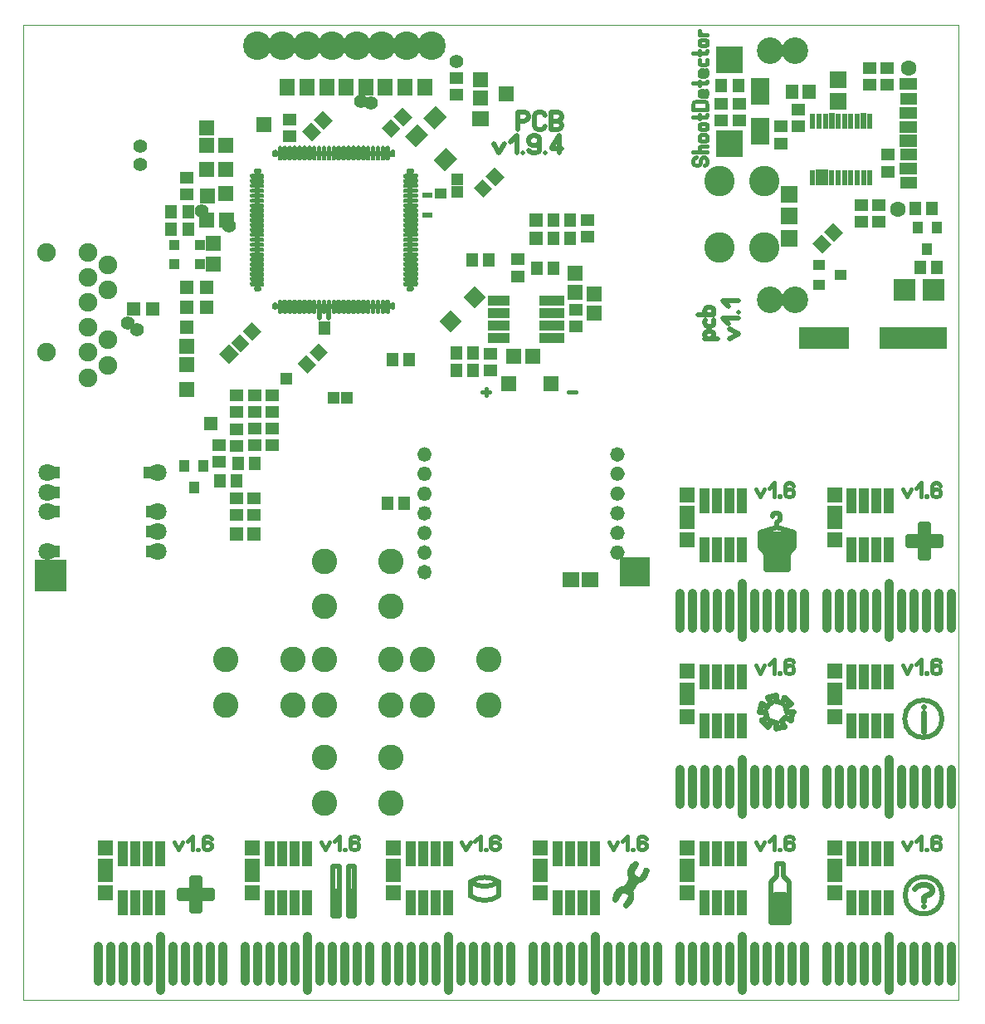
<source format=gbr>
%FSLAX34Y34*%
%MOMM*%
%LNSOLDERMASK_TOP*%
G71*
G01*
%ADD10C, 0.002*%
%ADD11C, 0.518*%
%ADD12R, 1.600X1.500*%
%ADD13R, 1.100X1.100*%
%ADD14R, 0.500X0.500*%
%ADD15C, 0.200*%
%ADD16C, 0.500*%
%ADD17R, 1.300X1.400*%
%ADD18R, 1.400X1.400*%
%ADD19R, 2.600X1.000*%
%ADD20R, 1.400X1.300*%
%ADD21R, 1.500X1.800*%
%ADD22R, 1.600X1.600*%
%ADD23R, 1.200X1.400*%
%ADD24R, 1.000X1.300*%
%ADD25R, 1.300X1.000*%
%ADD26R, 1.200X1.200*%
%ADD27R, 1.500X1.600*%
%ADD28R, 2.200X1.000*%
%ADD29R, 1.300X1.300*%
%ADD30R, 1.800X1.600*%
%ADD31C, 0.950*%
%ADD32R, 1.000X2.600*%
%ADD33C, 0.454*%
%ADD34C, 0.600*%
%ADD35C, 0.622*%
%ADD36R, 1.700X1.500*%
%ADD37R, 1.000X0.600*%
%ADD38C, 0.480*%
%ADD39C, 0.597*%
%ADD40C, 0.400*%
%ADD41C, 1.400*%
%ADD42C, 1.900*%
%ADD43C, 1.800*%
%ADD44C, 2.900*%
%ADD45C, 2.600*%
%ADD46R, 0.600X1.550*%
%ADD47R, 1.800X1.200*%
%ADD48R, 2.200X2.200*%
%ADD49R, 1.800X1.800*%
%ADD50C, 3.100*%
%ADD51C, 1.700*%
%ADD52R, 5.200X2.200*%
%ADD53C, 2.700*%
%ADD54C, 0.486*%
%ADD55R, 1.900X2.700*%
%ADD56R, 2.740X2.740*%
%ADD57C, 1.600*%
%LPD*%
G54D10*
X0Y1000000D02*
X954000Y1000000D01*
X954000Y6000D01*
X0Y6000D01*
X0Y1000000D01*
G54D11*
X504760Y892890D02*
X504760Y910668D01*
X511426Y910668D01*
X514093Y909557D01*
X515426Y907335D01*
X515426Y905113D01*
X514093Y902890D01*
X511426Y901779D01*
X504760Y901779D01*
G54D11*
X532316Y896224D02*
X530982Y894002D01*
X528316Y892890D01*
X525649Y892890D01*
X522982Y894002D01*
X521649Y896224D01*
X521649Y907335D01*
X522982Y909557D01*
X525649Y910668D01*
X528316Y910668D01*
X530982Y909557D01*
X532316Y907335D01*
G54D11*
X538538Y892890D02*
X538538Y910668D01*
X545204Y910668D01*
X547871Y909557D01*
X549204Y907335D01*
X549204Y905113D01*
X547871Y902890D01*
X545204Y901779D01*
X547871Y900668D01*
X549204Y898446D01*
X549204Y896224D01*
X547871Y894002D01*
X545204Y892890D01*
X538538Y892890D01*
G54D11*
X538538Y901779D02*
X545204Y901779D01*
G54D11*
X479790Y878906D02*
X485124Y868906D01*
X490457Y878906D01*
G54D11*
X496679Y880017D02*
X503346Y886683D01*
X503346Y868906D01*
G54D11*
X509568Y868906D02*
X509568Y868906D01*
G54D11*
X515790Y872239D02*
X517124Y870017D01*
X519790Y868906D01*
X522457Y868906D01*
X525124Y870017D01*
X526457Y872239D01*
X526457Y877795D01*
X526457Y878906D01*
X522457Y876683D01*
X519790Y876683D01*
X517124Y877795D01*
X515790Y880017D01*
X515790Y883350D01*
X517124Y885572D01*
X519790Y886683D01*
X522457Y886683D01*
X525124Y885572D01*
X526457Y883350D01*
X526457Y877795D01*
G54D11*
X532679Y868906D02*
X532679Y868906D01*
G54D11*
X546901Y868906D02*
X546901Y886683D01*
X538901Y875572D01*
X538901Y873350D01*
X549568Y873350D01*
X194002Y755734D02*
G54D12*
D03*
X194002Y776734D02*
G54D12*
D03*
X153897Y775138D02*
G54D13*
D03*
X153897Y756088D02*
G54D13*
D03*
X180012Y756088D02*
G54D13*
D03*
X180059Y775196D02*
G54D13*
D03*
G36*
X374177Y871179D02*
X379177Y871179D01*
X379177Y866179D01*
X374177Y866179D01*
X374177Y871179D01*
G37*
G36*
X369177Y871179D02*
X374177Y871179D01*
X374177Y866179D01*
X369177Y866179D01*
X369177Y871179D01*
G37*
X366677Y868679D02*
G54D14*
D03*
X361677Y868679D02*
G54D14*
D03*
X356677Y868679D02*
G54D14*
D03*
X351677Y868679D02*
G54D14*
D03*
G36*
X344177Y871179D02*
X349177Y871179D01*
X349177Y866179D01*
X344177Y866179D01*
X344177Y871179D01*
G37*
X341677Y868679D02*
G54D14*
D03*
X336677Y868679D02*
G54D14*
D03*
X331677Y868679D02*
G54D14*
D03*
X326676Y868679D02*
G54D14*
D03*
G36*
X319177Y871179D02*
X324177Y871179D01*
X324177Y866179D01*
X319177Y866179D01*
X319177Y871179D01*
G37*
X316677Y868679D02*
G54D14*
D03*
X311677Y868679D02*
G54D14*
D03*
X306677Y868679D02*
G54D14*
D03*
X301677Y868679D02*
G54D14*
D03*
X296677Y868679D02*
G54D14*
D03*
G36*
X289177Y871179D02*
X294177Y871179D01*
X294177Y866179D01*
X289177Y866179D01*
X289177Y871179D01*
G37*
G36*
X284177Y871179D02*
X289177Y871179D01*
X289177Y866179D01*
X284177Y866179D01*
X284177Y871179D01*
G37*
X281677Y868679D02*
G54D14*
D03*
X276677Y868679D02*
G54D14*
D03*
X271677Y868679D02*
G54D14*
D03*
G36*
X264177Y871179D02*
X269177Y871179D01*
X269177Y866179D01*
X264177Y866179D01*
X264177Y871179D01*
G37*
X261677Y868679D02*
G54D14*
D03*
G36*
X254177Y871179D02*
X259177Y871179D01*
X259177Y866179D01*
X254177Y866179D01*
X254177Y871179D01*
G37*
G36*
X377172Y871710D02*
X378172Y870710D01*
X378172Y866210D01*
X377672Y865710D01*
X375672Y865710D01*
X375172Y866210D01*
X375172Y870710D01*
X376172Y871710D01*
X377172Y871710D01*
G37*
G54D15*
X377172Y871710D02*
X378172Y870710D01*
X378172Y866210D01*
X377672Y865710D01*
X375672Y865710D01*
X375172Y866210D01*
X375172Y870710D01*
X376172Y871710D01*
X377172Y871710D01*
G36*
X257172Y871710D02*
X258172Y870710D01*
X258172Y866210D01*
X257672Y865710D01*
X255672Y865710D01*
X255172Y866210D01*
X255172Y870710D01*
X256172Y871710D01*
X257172Y871710D01*
G37*
G54D15*
X257172Y871710D02*
X258172Y870710D01*
X258172Y866210D01*
X257672Y865710D01*
X255672Y865710D01*
X255172Y866210D01*
X255172Y870710D01*
X256172Y871710D01*
X257172Y871710D01*
G36*
X367172Y875710D02*
X368172Y874710D01*
X368172Y863210D01*
X367672Y862710D01*
X365672Y862710D01*
X365172Y863210D01*
X365172Y874710D01*
X366172Y875710D01*
X367172Y875710D01*
G37*
G54D15*
X367172Y875710D02*
X368172Y874710D01*
X368172Y863210D01*
X367672Y862710D01*
X365672Y862710D01*
X365172Y863210D01*
X365172Y874710D01*
X366172Y875710D01*
X367172Y875710D01*
G36*
X362172Y875710D02*
X363172Y874710D01*
X363172Y863210D01*
X362672Y862710D01*
X360672Y862710D01*
X360172Y863210D01*
X360172Y874710D01*
X361172Y875710D01*
X362172Y875710D01*
G37*
G54D15*
X362172Y875710D02*
X363172Y874710D01*
X363172Y863210D01*
X362672Y862710D01*
X360672Y862710D01*
X360172Y863210D01*
X360172Y874710D01*
X361172Y875710D01*
X362172Y875710D01*
G36*
X357172Y875710D02*
X358172Y874710D01*
X358172Y863210D01*
X357672Y862710D01*
X355672Y862710D01*
X355172Y863210D01*
X355172Y874710D01*
X356172Y875710D01*
X357172Y875710D01*
G37*
G54D15*
X357172Y875710D02*
X358172Y874710D01*
X358172Y863210D01*
X357672Y862710D01*
X355672Y862710D01*
X355172Y863210D01*
X355172Y874710D01*
X356172Y875710D01*
X357172Y875710D01*
G36*
X352172Y875710D02*
X353172Y874710D01*
X353172Y863210D01*
X352672Y862710D01*
X350672Y862710D01*
X350172Y863210D01*
X350172Y874710D01*
X351172Y875710D01*
X352172Y875710D01*
G37*
G54D15*
X352172Y875710D02*
X353172Y874710D01*
X353172Y863210D01*
X352672Y862710D01*
X350672Y862710D01*
X350172Y863210D01*
X350172Y874710D01*
X351172Y875710D01*
X352172Y875710D01*
G36*
X347172Y875710D02*
X348172Y874710D01*
X348172Y863210D01*
X347672Y862710D01*
X345672Y862710D01*
X345172Y863210D01*
X345172Y874710D01*
X346172Y875710D01*
X347172Y875710D01*
G37*
G54D15*
X347172Y875710D02*
X348172Y874710D01*
X348172Y863210D01*
X347672Y862710D01*
X345672Y862710D01*
X345172Y863210D01*
X345172Y874710D01*
X346172Y875710D01*
X347172Y875710D01*
G36*
X342172Y875710D02*
X343172Y874710D01*
X343172Y863210D01*
X342672Y862710D01*
X340672Y862710D01*
X340172Y863210D01*
X340172Y874710D01*
X341172Y875710D01*
X342172Y875710D01*
G37*
G54D15*
X342172Y875710D02*
X343172Y874710D01*
X343172Y863210D01*
X342672Y862710D01*
X340672Y862710D01*
X340172Y863210D01*
X340172Y874710D01*
X341172Y875710D01*
X342172Y875710D01*
G36*
X337172Y875710D02*
X338172Y874710D01*
X338172Y863210D01*
X337672Y862710D01*
X335672Y862710D01*
X335172Y863210D01*
X335172Y874710D01*
X336172Y875710D01*
X337172Y875710D01*
G37*
G54D15*
X337172Y875710D02*
X338172Y874710D01*
X338172Y863210D01*
X337672Y862710D01*
X335672Y862710D01*
X335172Y863210D01*
X335172Y874710D01*
X336172Y875710D01*
X337172Y875710D01*
G36*
X332172Y875710D02*
X333172Y874710D01*
X333172Y863210D01*
X332672Y862710D01*
X330672Y862710D01*
X330172Y863210D01*
X330172Y874710D01*
X331172Y875710D01*
X332172Y875710D01*
G37*
G54D15*
X332172Y875710D02*
X333172Y874710D01*
X333172Y863210D01*
X332672Y862710D01*
X330672Y862710D01*
X330172Y863210D01*
X330172Y874710D01*
X331172Y875710D01*
X332172Y875710D01*
G36*
X327172Y875710D02*
X328172Y874710D01*
X328172Y863210D01*
X327672Y862710D01*
X325672Y862710D01*
X325172Y863210D01*
X325172Y874710D01*
X326172Y875710D01*
X327172Y875710D01*
G37*
G54D15*
X327172Y875710D02*
X328172Y874710D01*
X328172Y863210D01*
X327672Y862710D01*
X325672Y862710D01*
X325172Y863210D01*
X325172Y874710D01*
X326172Y875710D01*
X327172Y875710D01*
G36*
X322172Y875710D02*
X323172Y874710D01*
X323172Y863210D01*
X322672Y862710D01*
X320672Y862710D01*
X320172Y863210D01*
X320172Y874710D01*
X321172Y875710D01*
X322172Y875710D01*
G37*
G54D15*
X322172Y875710D02*
X323172Y874710D01*
X323172Y863210D01*
X322672Y862710D01*
X320672Y862710D01*
X320172Y863210D01*
X320172Y874710D01*
X321172Y875710D01*
X322172Y875710D01*
G36*
X317172Y875710D02*
X318172Y874710D01*
X318172Y863210D01*
X317672Y862710D01*
X315672Y862710D01*
X315172Y863210D01*
X315172Y874710D01*
X316172Y875710D01*
X317172Y875710D01*
G37*
G54D15*
X317172Y875710D02*
X318172Y874710D01*
X318172Y863210D01*
X317672Y862710D01*
X315672Y862710D01*
X315172Y863210D01*
X315172Y874710D01*
X316172Y875710D01*
X317172Y875710D01*
G36*
X312172Y875710D02*
X313172Y874710D01*
X313172Y863210D01*
X312672Y862710D01*
X310672Y862710D01*
X310172Y863210D01*
X310172Y874710D01*
X311172Y875710D01*
X312172Y875710D01*
G37*
G54D15*
X312172Y875710D02*
X313172Y874710D01*
X313172Y863210D01*
X312672Y862710D01*
X310672Y862710D01*
X310172Y863210D01*
X310172Y874710D01*
X311172Y875710D01*
X312172Y875710D01*
G36*
X307172Y875710D02*
X308172Y874710D01*
X308172Y863210D01*
X307672Y862710D01*
X305672Y862710D01*
X305172Y863210D01*
X305172Y874710D01*
X306172Y875710D01*
X307172Y875710D01*
G37*
G54D15*
X307172Y875710D02*
X308172Y874710D01*
X308172Y863210D01*
X307672Y862710D01*
X305672Y862710D01*
X305172Y863210D01*
X305172Y874710D01*
X306172Y875710D01*
X307172Y875710D01*
G36*
X302172Y875710D02*
X303172Y874710D01*
X303172Y863210D01*
X302672Y862710D01*
X300672Y862710D01*
X300172Y863210D01*
X300172Y874710D01*
X301172Y875710D01*
X302172Y875710D01*
G37*
G54D15*
X302172Y875710D02*
X303172Y874710D01*
X303172Y863210D01*
X302672Y862710D01*
X300672Y862710D01*
X300172Y863210D01*
X300172Y874710D01*
X301172Y875710D01*
X302172Y875710D01*
G36*
X297172Y875710D02*
X298172Y874710D01*
X298172Y863210D01*
X297672Y862710D01*
X295672Y862710D01*
X295172Y863210D01*
X295172Y874710D01*
X296172Y875710D01*
X297172Y875710D01*
G37*
G54D15*
X297172Y875710D02*
X298172Y874710D01*
X298172Y863210D01*
X297672Y862710D01*
X295672Y862710D01*
X295172Y863210D01*
X295172Y874710D01*
X296172Y875710D01*
X297172Y875710D01*
G36*
X292172Y875710D02*
X293172Y874710D01*
X293172Y863210D01*
X292672Y862710D01*
X290672Y862710D01*
X290172Y863210D01*
X290172Y874710D01*
X291172Y875710D01*
X292172Y875710D01*
G37*
G54D15*
X292172Y875710D02*
X293172Y874710D01*
X293172Y863210D01*
X292672Y862710D01*
X290672Y862710D01*
X290172Y863210D01*
X290172Y874710D01*
X291172Y875710D01*
X292172Y875710D01*
G36*
X287172Y875710D02*
X288172Y874710D01*
X288172Y863210D01*
X287672Y862710D01*
X285672Y862710D01*
X285172Y863210D01*
X285172Y874710D01*
X286172Y875710D01*
X287172Y875710D01*
G37*
G54D15*
X287172Y875710D02*
X288172Y874710D01*
X288172Y863210D01*
X287672Y862710D01*
X285672Y862710D01*
X285172Y863210D01*
X285172Y874710D01*
X286172Y875710D01*
X287172Y875710D01*
G36*
X282172Y875710D02*
X283172Y874710D01*
X283172Y863210D01*
X282672Y862710D01*
X280672Y862710D01*
X280172Y863210D01*
X280172Y874710D01*
X281172Y875710D01*
X282172Y875710D01*
G37*
G54D15*
X282172Y875710D02*
X283172Y874710D01*
X283172Y863210D01*
X282672Y862710D01*
X280672Y862710D01*
X280172Y863210D01*
X280172Y874710D01*
X281172Y875710D01*
X282172Y875710D01*
G36*
X277172Y875710D02*
X278172Y874710D01*
X278172Y863210D01*
X277672Y862710D01*
X275672Y862710D01*
X275172Y863210D01*
X275172Y874710D01*
X276172Y875710D01*
X277172Y875710D01*
G37*
G54D15*
X277172Y875710D02*
X278172Y874710D01*
X278172Y863210D01*
X277672Y862710D01*
X275672Y862710D01*
X275172Y863210D01*
X275172Y874710D01*
X276172Y875710D01*
X277172Y875710D01*
G36*
X272172Y875710D02*
X273172Y874710D01*
X273172Y863210D01*
X272672Y862710D01*
X270672Y862710D01*
X270172Y863210D01*
X270172Y874710D01*
X271172Y875710D01*
X272172Y875710D01*
G37*
G54D15*
X272172Y875710D02*
X273172Y874710D01*
X273172Y863210D01*
X272672Y862710D01*
X270672Y862710D01*
X270172Y863210D01*
X270172Y874710D01*
X271172Y875710D01*
X272172Y875710D01*
G36*
X267172Y875710D02*
X268172Y874710D01*
X268172Y863210D01*
X267672Y862710D01*
X265672Y862710D01*
X265172Y863210D01*
X265172Y874710D01*
X266172Y875710D01*
X267172Y875710D01*
G37*
G54D15*
X267172Y875710D02*
X268172Y874710D01*
X268172Y863210D01*
X267672Y862710D01*
X265672Y862710D01*
X265172Y863210D01*
X265172Y874710D01*
X266172Y875710D01*
X267172Y875710D01*
G36*
X262172Y875710D02*
X263172Y874710D01*
X263172Y863210D01*
X262672Y862710D01*
X260672Y862710D01*
X260172Y863210D01*
X260172Y874710D01*
X261172Y875710D01*
X262172Y875710D01*
G37*
G54D15*
X262172Y875710D02*
X263172Y874710D01*
X263172Y863210D01*
X262672Y862710D01*
X260672Y862710D01*
X260172Y863210D01*
X260172Y874710D01*
X261172Y875710D01*
X262172Y875710D01*
G36*
X372172Y875710D02*
X373172Y874710D01*
X373172Y863210D01*
X372672Y862710D01*
X370672Y862710D01*
X370172Y863210D01*
X370172Y874710D01*
X371172Y875710D01*
X372172Y875710D01*
G37*
G54D15*
X372172Y875710D02*
X373172Y874710D01*
X373172Y863210D01*
X372672Y862710D01*
X370672Y862710D01*
X370172Y863210D01*
X370172Y874710D01*
X371172Y875710D01*
X372172Y875710D01*
X394640Y730715D02*
G54D14*
D03*
X394640Y735715D02*
G54D14*
D03*
X394640Y740715D02*
G54D14*
D03*
X394640Y745715D02*
G54D14*
D03*
X394640Y750715D02*
G54D14*
D03*
X394640Y755715D02*
G54D14*
D03*
X394640Y760715D02*
G54D14*
D03*
X394640Y765715D02*
G54D14*
D03*
X394640Y770715D02*
G54D14*
D03*
X394640Y775715D02*
G54D14*
D03*
X394640Y780715D02*
G54D14*
D03*
X394641Y785715D02*
G54D14*
D03*
X394641Y790715D02*
G54D14*
D03*
X394640Y795715D02*
G54D14*
D03*
X394640Y800715D02*
G54D14*
D03*
X394640Y805715D02*
G54D14*
D03*
X394641Y810715D02*
G54D14*
D03*
X394640Y815715D02*
G54D14*
D03*
X394640Y820715D02*
G54D14*
D03*
X394640Y825715D02*
G54D14*
D03*
X394640Y830715D02*
G54D14*
D03*
X394640Y835715D02*
G54D14*
D03*
X394640Y840715D02*
G54D14*
D03*
X394640Y845715D02*
G54D14*
D03*
X394640Y850715D02*
G54D14*
D03*
G36*
X397672Y730210D02*
X396672Y729210D01*
X392172Y729210D01*
X391672Y729710D01*
X391672Y731710D01*
X392172Y732210D01*
X396672Y732210D01*
X397672Y731210D01*
X397672Y730210D01*
G37*
G54D15*
X397672Y730210D02*
X396672Y729210D01*
X392172Y729210D01*
X391672Y729710D01*
X391672Y731710D01*
X392172Y732210D01*
X396672Y732210D01*
X397672Y731210D01*
X397672Y730210D01*
G36*
X397672Y850210D02*
X396672Y849210D01*
X392172Y849210D01*
X391672Y849710D01*
X391672Y851710D01*
X392172Y852210D01*
X396672Y852210D01*
X397672Y851210D01*
X397672Y850210D01*
G37*
G54D15*
X397672Y850210D02*
X396672Y849210D01*
X392172Y849210D01*
X391672Y849710D01*
X391672Y851710D01*
X392172Y852210D01*
X396672Y852210D01*
X397672Y851210D01*
X397672Y850210D01*
G36*
X401672Y740210D02*
X400672Y739210D01*
X389172Y739210D01*
X388672Y739710D01*
X388672Y741710D01*
X389172Y742210D01*
X400672Y742210D01*
X401672Y741210D01*
X401672Y740210D01*
G37*
G54D15*
X401672Y740210D02*
X400672Y739210D01*
X389172Y739210D01*
X388672Y739710D01*
X388672Y741710D01*
X389172Y742210D01*
X400672Y742210D01*
X401672Y741210D01*
X401672Y740210D01*
G36*
X401672Y745210D02*
X400672Y744210D01*
X389172Y744210D01*
X388672Y744710D01*
X388672Y746710D01*
X389172Y747210D01*
X400672Y747210D01*
X401672Y746210D01*
X401672Y745210D01*
G37*
G54D15*
X401672Y745210D02*
X400672Y744210D01*
X389172Y744210D01*
X388672Y744710D01*
X388672Y746710D01*
X389172Y747210D01*
X400672Y747210D01*
X401672Y746210D01*
X401672Y745210D01*
G36*
X401672Y750210D02*
X400672Y749210D01*
X389172Y749210D01*
X388672Y749710D01*
X388672Y751710D01*
X389172Y752210D01*
X400672Y752210D01*
X401672Y751210D01*
X401672Y750210D01*
G37*
G54D15*
X401672Y750210D02*
X400672Y749210D01*
X389172Y749210D01*
X388672Y749710D01*
X388672Y751710D01*
X389172Y752210D01*
X400672Y752210D01*
X401672Y751210D01*
X401672Y750210D01*
G36*
X401672Y755210D02*
X400672Y754210D01*
X389172Y754210D01*
X388672Y754710D01*
X388672Y756710D01*
X389172Y757210D01*
X400672Y757210D01*
X401672Y756210D01*
X401672Y755210D01*
G37*
G54D15*
X401672Y755210D02*
X400672Y754210D01*
X389172Y754210D01*
X388672Y754710D01*
X388672Y756710D01*
X389172Y757210D01*
X400672Y757210D01*
X401672Y756210D01*
X401672Y755210D01*
G36*
X401672Y760210D02*
X400672Y759210D01*
X389172Y759210D01*
X388672Y759710D01*
X388672Y761710D01*
X389172Y762210D01*
X400672Y762210D01*
X401672Y761210D01*
X401672Y760210D01*
G37*
G54D15*
X401672Y760210D02*
X400672Y759210D01*
X389172Y759210D01*
X388672Y759710D01*
X388672Y761710D01*
X389172Y762210D01*
X400672Y762210D01*
X401672Y761210D01*
X401672Y760210D01*
G36*
X401672Y765210D02*
X400672Y764210D01*
X389172Y764210D01*
X388672Y764710D01*
X388672Y766710D01*
X389172Y767210D01*
X400672Y767210D01*
X401672Y766210D01*
X401672Y765210D01*
G37*
G54D15*
X401672Y765210D02*
X400672Y764210D01*
X389172Y764210D01*
X388672Y764710D01*
X388672Y766710D01*
X389172Y767210D01*
X400672Y767210D01*
X401672Y766210D01*
X401672Y765210D01*
G36*
X401672Y770210D02*
X400672Y769210D01*
X389172Y769210D01*
X388672Y769710D01*
X388672Y771710D01*
X389172Y772210D01*
X400672Y772210D01*
X401672Y771210D01*
X401672Y770210D01*
G37*
G54D15*
X401672Y770210D02*
X400672Y769210D01*
X389172Y769210D01*
X388672Y769710D01*
X388672Y771710D01*
X389172Y772210D01*
X400672Y772210D01*
X401672Y771210D01*
X401672Y770210D01*
G36*
X401672Y775210D02*
X400672Y774210D01*
X389172Y774210D01*
X388672Y774710D01*
X388672Y776710D01*
X389172Y777210D01*
X400672Y777210D01*
X401672Y776210D01*
X401672Y775210D01*
G37*
G54D15*
X401672Y775210D02*
X400672Y774210D01*
X389172Y774210D01*
X388672Y774710D01*
X388672Y776710D01*
X389172Y777210D01*
X400672Y777210D01*
X401672Y776210D01*
X401672Y775210D01*
G36*
X401672Y780210D02*
X400672Y779210D01*
X389172Y779210D01*
X388672Y779710D01*
X388672Y781710D01*
X389172Y782210D01*
X400672Y782210D01*
X401672Y781210D01*
X401672Y780210D01*
G37*
G54D15*
X401672Y780210D02*
X400672Y779210D01*
X389172Y779210D01*
X388672Y779710D01*
X388672Y781710D01*
X389172Y782210D01*
X400672Y782210D01*
X401672Y781210D01*
X401672Y780210D01*
G36*
X401672Y785210D02*
X400672Y784210D01*
X389172Y784210D01*
X388672Y784710D01*
X388672Y786710D01*
X389172Y787210D01*
X400672Y787210D01*
X401672Y786210D01*
X401672Y785210D01*
G37*
G54D15*
X401672Y785210D02*
X400672Y784210D01*
X389172Y784210D01*
X388672Y784710D01*
X388672Y786710D01*
X389172Y787210D01*
X400672Y787210D01*
X401672Y786210D01*
X401672Y785210D01*
G36*
X401672Y790210D02*
X400672Y789210D01*
X389172Y789210D01*
X388672Y789710D01*
X388672Y791710D01*
X389172Y792210D01*
X400672Y792210D01*
X401672Y791210D01*
X401672Y790210D01*
G37*
G54D15*
X401672Y790210D02*
X400672Y789210D01*
X389172Y789210D01*
X388672Y789710D01*
X388672Y791710D01*
X389172Y792210D01*
X400672Y792210D01*
X401672Y791210D01*
X401672Y790210D01*
G36*
X401672Y795210D02*
X400672Y794210D01*
X389172Y794210D01*
X388672Y794710D01*
X388672Y796710D01*
X389172Y797210D01*
X400672Y797210D01*
X401672Y796210D01*
X401672Y795210D01*
G37*
G54D15*
X401672Y795210D02*
X400672Y794210D01*
X389172Y794210D01*
X388672Y794710D01*
X388672Y796710D01*
X389172Y797210D01*
X400672Y797210D01*
X401672Y796210D01*
X401672Y795210D01*
G36*
X401672Y800210D02*
X400672Y799210D01*
X389172Y799210D01*
X388672Y799710D01*
X388672Y801710D01*
X389172Y802210D01*
X400672Y802210D01*
X401672Y801210D01*
X401672Y800210D01*
G37*
G54D15*
X401672Y800210D02*
X400672Y799210D01*
X389172Y799210D01*
X388672Y799710D01*
X388672Y801710D01*
X389172Y802210D01*
X400672Y802210D01*
X401672Y801210D01*
X401672Y800210D01*
G36*
X401672Y805210D02*
X400672Y804210D01*
X389172Y804210D01*
X388672Y804710D01*
X388672Y806710D01*
X389172Y807210D01*
X400672Y807210D01*
X401672Y806210D01*
X401672Y805210D01*
G37*
G54D15*
X401672Y805210D02*
X400672Y804210D01*
X389172Y804210D01*
X388672Y804710D01*
X388672Y806710D01*
X389172Y807210D01*
X400672Y807210D01*
X401672Y806210D01*
X401672Y805210D01*
G36*
X401672Y810210D02*
X400672Y809210D01*
X389172Y809210D01*
X388672Y809710D01*
X388672Y811710D01*
X389172Y812210D01*
X400672Y812210D01*
X401672Y811210D01*
X401672Y810210D01*
G37*
G54D15*
X401672Y810210D02*
X400672Y809210D01*
X389172Y809210D01*
X388672Y809710D01*
X388672Y811710D01*
X389172Y812210D01*
X400672Y812210D01*
X401672Y811210D01*
X401672Y810210D01*
G36*
X401672Y815210D02*
X400672Y814210D01*
X389172Y814210D01*
X388672Y814710D01*
X388672Y816710D01*
X389172Y817210D01*
X400672Y817210D01*
X401672Y816210D01*
X401672Y815210D01*
G37*
G54D15*
X401672Y815210D02*
X400672Y814210D01*
X389172Y814210D01*
X388672Y814710D01*
X388672Y816710D01*
X389172Y817210D01*
X400672Y817210D01*
X401672Y816210D01*
X401672Y815210D01*
G36*
X401672Y820210D02*
X400672Y819210D01*
X389172Y819210D01*
X388672Y819710D01*
X388672Y821710D01*
X389172Y822210D01*
X400672Y822210D01*
X401672Y821210D01*
X401672Y820210D01*
G37*
G54D15*
X401672Y820210D02*
X400672Y819210D01*
X389172Y819210D01*
X388672Y819710D01*
X388672Y821710D01*
X389172Y822210D01*
X400672Y822210D01*
X401672Y821210D01*
X401672Y820210D01*
G36*
X401672Y825210D02*
X400672Y824210D01*
X389172Y824210D01*
X388672Y824710D01*
X388672Y826710D01*
X389172Y827210D01*
X400672Y827210D01*
X401672Y826210D01*
X401672Y825210D01*
G37*
G54D15*
X401672Y825210D02*
X400672Y824210D01*
X389172Y824210D01*
X388672Y824710D01*
X388672Y826710D01*
X389172Y827210D01*
X400672Y827210D01*
X401672Y826210D01*
X401672Y825210D01*
G36*
X401672Y830210D02*
X400672Y829210D01*
X389172Y829210D01*
X388672Y829710D01*
X388672Y831710D01*
X389172Y832210D01*
X400672Y832210D01*
X401672Y831210D01*
X401672Y830210D01*
G37*
G54D15*
X401672Y830210D02*
X400672Y829210D01*
X389172Y829210D01*
X388672Y829710D01*
X388672Y831710D01*
X389172Y832210D01*
X400672Y832210D01*
X401672Y831210D01*
X401672Y830210D01*
G36*
X401672Y835210D02*
X400672Y834210D01*
X389172Y834210D01*
X388672Y834710D01*
X388672Y836710D01*
X389172Y837210D01*
X400672Y837210D01*
X401672Y836210D01*
X401672Y835210D01*
G37*
G54D15*
X401672Y835210D02*
X400672Y834210D01*
X389172Y834210D01*
X388672Y834710D01*
X388672Y836710D01*
X389172Y837210D01*
X400672Y837210D01*
X401672Y836210D01*
X401672Y835210D01*
G36*
X401672Y840210D02*
X400672Y839210D01*
X389172Y839210D01*
X388672Y839710D01*
X388672Y841710D01*
X389172Y842210D01*
X400672Y842210D01*
X401672Y841210D01*
X401672Y840210D01*
G37*
G54D15*
X401672Y840210D02*
X400672Y839210D01*
X389172Y839210D01*
X388672Y839710D01*
X388672Y841710D01*
X389172Y842210D01*
X400672Y842210D01*
X401672Y841210D01*
X401672Y840210D01*
G36*
X401672Y845210D02*
X400672Y844210D01*
X389172Y844210D01*
X388672Y844710D01*
X388672Y846710D01*
X389172Y847210D01*
X400672Y847210D01*
X401672Y846210D01*
X401672Y845210D01*
G37*
G54D15*
X401672Y845210D02*
X400672Y844210D01*
X389172Y844210D01*
X388672Y844710D01*
X388672Y846710D01*
X389172Y847210D01*
X400672Y847210D01*
X401672Y846210D01*
X401672Y845210D01*
G36*
X401672Y735210D02*
X400672Y734210D01*
X389172Y734210D01*
X388672Y734710D01*
X388672Y736710D01*
X389172Y737210D01*
X400672Y737210D01*
X401672Y736210D01*
X401672Y735210D01*
G37*
G54D15*
X401672Y735210D02*
X400672Y734210D01*
X389172Y734210D01*
X388672Y734710D01*
X388672Y736710D01*
X389172Y737210D01*
X400672Y737210D01*
X401672Y736210D01*
X401672Y735210D01*
X256677Y712741D02*
G54D14*
D03*
X261676Y712741D02*
G54D14*
D03*
X266677Y712741D02*
G54D14*
D03*
X271677Y712741D02*
G54D14*
D03*
X276677Y712741D02*
G54D14*
D03*
X281677Y712741D02*
G54D14*
D03*
X286677Y712741D02*
G54D14*
D03*
X291677Y712741D02*
G54D14*
D03*
X296677Y712741D02*
G54D14*
D03*
X301676Y712741D02*
G54D14*
D03*
X306677Y712741D02*
G54D14*
D03*
X311677Y712741D02*
G54D14*
D03*
X316676Y712741D02*
G54D14*
D03*
X321677Y712741D02*
G54D14*
D03*
X326677Y712741D02*
G54D14*
D03*
X331677Y712741D02*
G54D14*
D03*
X336677Y712741D02*
G54D14*
D03*
X341677Y712741D02*
G54D14*
D03*
X346677Y712741D02*
G54D14*
D03*
X351676Y712741D02*
G54D14*
D03*
X356676Y712741D02*
G54D14*
D03*
X361677Y712741D02*
G54D14*
D03*
X366676Y712741D02*
G54D14*
D03*
X371676Y712741D02*
G54D14*
D03*
X376677Y712741D02*
G54D14*
D03*
G36*
X256172Y709710D02*
X255172Y710710D01*
X255172Y715210D01*
X255672Y715710D01*
X257672Y715710D01*
X258172Y715210D01*
X258172Y710710D01*
X257172Y709710D01*
X256172Y709710D01*
G37*
G54D15*
X256172Y709710D02*
X255172Y710710D01*
X255172Y715210D01*
X255672Y715710D01*
X257672Y715710D01*
X258172Y715210D01*
X258172Y710710D01*
X257172Y709710D01*
X256172Y709710D01*
G36*
X376172Y709710D02*
X375172Y710710D01*
X375172Y715210D01*
X375672Y715710D01*
X377672Y715710D01*
X378172Y715210D01*
X378172Y710710D01*
X377172Y709710D01*
X376172Y709710D01*
G37*
G54D15*
X376172Y709710D02*
X375172Y710710D01*
X375172Y715210D01*
X375672Y715710D01*
X377672Y715710D01*
X378172Y715210D01*
X378172Y710710D01*
X377172Y709710D01*
X376172Y709710D01*
G36*
X266172Y705710D02*
X265172Y706710D01*
X265172Y718210D01*
X265672Y718710D01*
X267672Y718710D01*
X268172Y718210D01*
X268172Y706710D01*
X267172Y705710D01*
X266172Y705710D01*
G37*
G54D15*
X266172Y705710D02*
X265172Y706710D01*
X265172Y718210D01*
X265672Y718710D01*
X267672Y718710D01*
X268172Y718210D01*
X268172Y706710D01*
X267172Y705710D01*
X266172Y705710D01*
G36*
X271172Y705710D02*
X270172Y706710D01*
X270172Y718210D01*
X270672Y718710D01*
X272672Y718710D01*
X273172Y718210D01*
X273172Y706710D01*
X272172Y705710D01*
X271172Y705710D01*
G37*
G54D15*
X271172Y705710D02*
X270172Y706710D01*
X270172Y718210D01*
X270672Y718710D01*
X272672Y718710D01*
X273172Y718210D01*
X273172Y706710D01*
X272172Y705710D01*
X271172Y705710D01*
G36*
X276172Y705710D02*
X275172Y706710D01*
X275172Y718210D01*
X275672Y718710D01*
X277672Y718710D01*
X278172Y718210D01*
X278172Y706710D01*
X277172Y705710D01*
X276172Y705710D01*
G37*
G54D15*
X276172Y705710D02*
X275172Y706710D01*
X275172Y718210D01*
X275672Y718710D01*
X277672Y718710D01*
X278172Y718210D01*
X278172Y706710D01*
X277172Y705710D01*
X276172Y705710D01*
G36*
X281172Y705710D02*
X280172Y706710D01*
X280172Y718210D01*
X280672Y718710D01*
X282672Y718710D01*
X283172Y718210D01*
X283172Y706710D01*
X282172Y705710D01*
X281172Y705710D01*
G37*
G54D15*
X281172Y705710D02*
X280172Y706710D01*
X280172Y718210D01*
X280672Y718710D01*
X282672Y718710D01*
X283172Y718210D01*
X283172Y706710D01*
X282172Y705710D01*
X281172Y705710D01*
G36*
X286172Y705710D02*
X285172Y706710D01*
X285172Y718210D01*
X285672Y718710D01*
X287672Y718710D01*
X288172Y718210D01*
X288172Y706710D01*
X287172Y705710D01*
X286172Y705710D01*
G37*
G54D15*
X286172Y705710D02*
X285172Y706710D01*
X285172Y718210D01*
X285672Y718710D01*
X287672Y718710D01*
X288172Y718210D01*
X288172Y706710D01*
X287172Y705710D01*
X286172Y705710D01*
G36*
X291172Y705710D02*
X290172Y706710D01*
X290172Y718210D01*
X290672Y718710D01*
X292672Y718710D01*
X293172Y718210D01*
X293172Y706710D01*
X292172Y705710D01*
X291172Y705710D01*
G37*
G54D15*
X291172Y705710D02*
X290172Y706710D01*
X290172Y718210D01*
X290672Y718710D01*
X292672Y718710D01*
X293172Y718210D01*
X293172Y706710D01*
X292172Y705710D01*
X291172Y705710D01*
G36*
X296172Y705710D02*
X295172Y706710D01*
X295172Y718210D01*
X295672Y718710D01*
X297672Y718710D01*
X298172Y718210D01*
X298172Y706710D01*
X297172Y705710D01*
X296172Y705710D01*
G37*
G54D15*
X296172Y705710D02*
X295172Y706710D01*
X295172Y718210D01*
X295672Y718710D01*
X297672Y718710D01*
X298172Y718210D01*
X298172Y706710D01*
X297172Y705710D01*
X296172Y705710D01*
G36*
X301172Y705710D02*
X300172Y706710D01*
X300172Y718210D01*
X300672Y718710D01*
X302672Y718710D01*
X303172Y718210D01*
X303172Y706710D01*
X302172Y705710D01*
X301172Y705710D01*
G37*
G54D15*
X301172Y705710D02*
X300172Y706710D01*
X300172Y718210D01*
X300672Y718710D01*
X302672Y718710D01*
X303172Y718210D01*
X303172Y706710D01*
X302172Y705710D01*
X301172Y705710D01*
G36*
X306172Y705710D02*
X305172Y706710D01*
X305172Y718210D01*
X305672Y718710D01*
X307672Y718710D01*
X308172Y718210D01*
X308172Y706710D01*
X307172Y705710D01*
X306172Y705710D01*
G37*
G54D15*
X306172Y705710D02*
X305172Y706710D01*
X305172Y718210D01*
X305672Y718710D01*
X307672Y718710D01*
X308172Y718210D01*
X308172Y706710D01*
X307172Y705710D01*
X306172Y705710D01*
G36*
X311172Y705710D02*
X310172Y706710D01*
X310172Y718210D01*
X310672Y718710D01*
X312672Y718710D01*
X313172Y718210D01*
X313172Y706710D01*
X312172Y705710D01*
X311172Y705710D01*
G37*
G54D15*
X311172Y705710D02*
X310172Y706710D01*
X310172Y718210D01*
X310672Y718710D01*
X312672Y718710D01*
X313172Y718210D01*
X313172Y706710D01*
X312172Y705710D01*
X311172Y705710D01*
G36*
X316172Y705710D02*
X315172Y706710D01*
X315172Y718210D01*
X315672Y718710D01*
X317672Y718710D01*
X318172Y718210D01*
X318172Y706710D01*
X317172Y705710D01*
X316172Y705710D01*
G37*
G54D15*
X316172Y705710D02*
X315172Y706710D01*
X315172Y718210D01*
X315672Y718710D01*
X317672Y718710D01*
X318172Y718210D01*
X318172Y706710D01*
X317172Y705710D01*
X316172Y705710D01*
G36*
X321172Y705710D02*
X320172Y706710D01*
X320172Y718210D01*
X320672Y718710D01*
X322672Y718710D01*
X323172Y718210D01*
X323172Y706710D01*
X322172Y705710D01*
X321172Y705710D01*
G37*
G54D15*
X321172Y705710D02*
X320172Y706710D01*
X320172Y718210D01*
X320672Y718710D01*
X322672Y718710D01*
X323172Y718210D01*
X323172Y706710D01*
X322172Y705710D01*
X321172Y705710D01*
G36*
X326172Y705710D02*
X325172Y706710D01*
X325172Y718210D01*
X325672Y718710D01*
X327672Y718710D01*
X328172Y718210D01*
X328172Y706710D01*
X327172Y705710D01*
X326172Y705710D01*
G37*
G54D15*
X326172Y705710D02*
X325172Y706710D01*
X325172Y718210D01*
X325672Y718710D01*
X327672Y718710D01*
X328172Y718210D01*
X328172Y706710D01*
X327172Y705710D01*
X326172Y705710D01*
G36*
X331172Y705710D02*
X330172Y706710D01*
X330172Y718210D01*
X330672Y718710D01*
X332672Y718710D01*
X333172Y718210D01*
X333172Y706710D01*
X332172Y705710D01*
X331172Y705710D01*
G37*
G54D15*
X331172Y705710D02*
X330172Y706710D01*
X330172Y718210D01*
X330672Y718710D01*
X332672Y718710D01*
X333172Y718210D01*
X333172Y706710D01*
X332172Y705710D01*
X331172Y705710D01*
G36*
X336172Y705710D02*
X335172Y706710D01*
X335172Y718210D01*
X335672Y718710D01*
X337672Y718710D01*
X338172Y718210D01*
X338172Y706710D01*
X337172Y705710D01*
X336172Y705710D01*
G37*
G54D15*
X336172Y705710D02*
X335172Y706710D01*
X335172Y718210D01*
X335672Y718710D01*
X337672Y718710D01*
X338172Y718210D01*
X338172Y706710D01*
X337172Y705710D01*
X336172Y705710D01*
G36*
X341172Y705710D02*
X340172Y706710D01*
X340172Y718210D01*
X340672Y718710D01*
X342672Y718710D01*
X343172Y718210D01*
X343172Y706710D01*
X342172Y705710D01*
X341172Y705710D01*
G37*
G54D15*
X341172Y705710D02*
X340172Y706710D01*
X340172Y718210D01*
X340672Y718710D01*
X342672Y718710D01*
X343172Y718210D01*
X343172Y706710D01*
X342172Y705710D01*
X341172Y705710D01*
G36*
X346172Y705710D02*
X345172Y706710D01*
X345172Y718210D01*
X345672Y718710D01*
X347672Y718710D01*
X348172Y718210D01*
X348172Y706710D01*
X347172Y705710D01*
X346172Y705710D01*
G37*
G54D15*
X346172Y705710D02*
X345172Y706710D01*
X345172Y718210D01*
X345672Y718710D01*
X347672Y718710D01*
X348172Y718210D01*
X348172Y706710D01*
X347172Y705710D01*
X346172Y705710D01*
G36*
X351172Y705710D02*
X350172Y706710D01*
X350172Y718210D01*
X350672Y718710D01*
X352672Y718710D01*
X353172Y718210D01*
X353172Y706710D01*
X352172Y705710D01*
X351172Y705710D01*
G37*
G54D15*
X351172Y705710D02*
X350172Y706710D01*
X350172Y718210D01*
X350672Y718710D01*
X352672Y718710D01*
X353172Y718210D01*
X353172Y706710D01*
X352172Y705710D01*
X351172Y705710D01*
G36*
X356172Y705710D02*
X355172Y706710D01*
X355172Y718210D01*
X355672Y718710D01*
X357672Y718710D01*
X358172Y718210D01*
X358172Y706710D01*
X357172Y705710D01*
X356172Y705710D01*
G37*
G54D15*
X356172Y705710D02*
X355172Y706710D01*
X355172Y718210D01*
X355672Y718710D01*
X357672Y718710D01*
X358172Y718210D01*
X358172Y706710D01*
X357172Y705710D01*
X356172Y705710D01*
G36*
X361172Y705710D02*
X360172Y706710D01*
X360172Y718210D01*
X360672Y718710D01*
X362672Y718710D01*
X363172Y718210D01*
X363172Y706710D01*
X362172Y705710D01*
X361172Y705710D01*
G37*
G54D15*
X361172Y705710D02*
X360172Y706710D01*
X360172Y718210D01*
X360672Y718710D01*
X362672Y718710D01*
X363172Y718210D01*
X363172Y706710D01*
X362172Y705710D01*
X361172Y705710D01*
G36*
X366172Y705710D02*
X365172Y706710D01*
X365172Y718210D01*
X365672Y718710D01*
X367672Y718710D01*
X368172Y718210D01*
X368172Y706710D01*
X367172Y705710D01*
X366172Y705710D01*
G37*
G54D15*
X366172Y705710D02*
X365172Y706710D01*
X365172Y718210D01*
X365672Y718710D01*
X367672Y718710D01*
X368172Y718210D01*
X368172Y706710D01*
X367172Y705710D01*
X366172Y705710D01*
G36*
X371172Y705710D02*
X370172Y706710D01*
X370172Y718210D01*
X370672Y718710D01*
X372672Y718710D01*
X373172Y718210D01*
X373172Y706710D01*
X372172Y705710D01*
X371172Y705710D01*
G37*
G54D15*
X371172Y705710D02*
X370172Y706710D01*
X370172Y718210D01*
X370672Y718710D01*
X372672Y718710D01*
X373172Y718210D01*
X373172Y706710D01*
X372172Y705710D01*
X371172Y705710D01*
G36*
X261172Y705710D02*
X260172Y706710D01*
X260172Y718210D01*
X260672Y718710D01*
X262672Y718710D01*
X263172Y718210D01*
X263172Y706710D01*
X262172Y705710D01*
X261172Y705710D01*
G37*
G54D15*
X261172Y705710D02*
X260172Y706710D01*
X260172Y718210D01*
X260672Y718710D01*
X262672Y718710D01*
X263172Y718210D01*
X263172Y706710D01*
X262172Y705710D01*
X261172Y705710D01*
X238703Y850705D02*
G54D14*
D03*
X238703Y845705D02*
G54D14*
D03*
X238703Y840705D02*
G54D14*
D03*
X238703Y835705D02*
G54D14*
D03*
X238703Y830705D02*
G54D14*
D03*
X238703Y825705D02*
G54D14*
D03*
X238703Y820705D02*
G54D14*
D03*
X238703Y815705D02*
G54D14*
D03*
X238703Y810705D02*
G54D14*
D03*
X238703Y805705D02*
G54D14*
D03*
X238703Y800705D02*
G54D14*
D03*
X238703Y795705D02*
G54D14*
D03*
X238703Y790705D02*
G54D14*
D03*
X238703Y785705D02*
G54D14*
D03*
X238703Y780705D02*
G54D14*
D03*
X238703Y775705D02*
G54D14*
D03*
X238703Y770705D02*
G54D14*
D03*
X238703Y765705D02*
G54D14*
D03*
X238703Y760705D02*
G54D14*
D03*
X238703Y755705D02*
G54D14*
D03*
X238703Y750705D02*
G54D14*
D03*
X238703Y745705D02*
G54D14*
D03*
X238703Y740705D02*
G54D14*
D03*
X238703Y735705D02*
G54D14*
D03*
X238703Y730705D02*
G54D14*
D03*
G36*
X235672Y851210D02*
X236672Y852210D01*
X241172Y852210D01*
X241672Y851710D01*
X241672Y849710D01*
X241172Y849210D01*
X236672Y849210D01*
X235672Y850210D01*
X235672Y851210D01*
G37*
G54D15*
X235672Y851210D02*
X236672Y852210D01*
X241172Y852210D01*
X241672Y851710D01*
X241672Y849710D01*
X241172Y849210D01*
X236672Y849210D01*
X235672Y850210D01*
X235672Y851210D01*
G36*
X235672Y731210D02*
X236672Y732210D01*
X241172Y732210D01*
X241672Y731710D01*
X241672Y729710D01*
X241172Y729210D01*
X236672Y729210D01*
X235672Y730210D01*
X235672Y731210D01*
G37*
G54D15*
X235672Y731210D02*
X236672Y732210D01*
X241172Y732210D01*
X241672Y731710D01*
X241672Y729710D01*
X241172Y729210D01*
X236672Y729210D01*
X235672Y730210D01*
X235672Y731210D01*
G36*
X231672Y841210D02*
X232672Y842210D01*
X244172Y842210D01*
X244672Y841710D01*
X244672Y839710D01*
X244172Y839210D01*
X232672Y839210D01*
X231672Y840210D01*
X231672Y841210D01*
G37*
G54D15*
X231672Y841210D02*
X232672Y842210D01*
X244172Y842210D01*
X244672Y841710D01*
X244672Y839710D01*
X244172Y839210D01*
X232672Y839210D01*
X231672Y840210D01*
X231672Y841210D01*
G36*
X231672Y836210D02*
X232672Y837210D01*
X244172Y837210D01*
X244672Y836710D01*
X244672Y834710D01*
X244172Y834210D01*
X232672Y834210D01*
X231672Y835210D01*
X231672Y836210D01*
G37*
G54D15*
X231672Y836210D02*
X232672Y837210D01*
X244172Y837210D01*
X244672Y836710D01*
X244672Y834710D01*
X244172Y834210D01*
X232672Y834210D01*
X231672Y835210D01*
X231672Y836210D01*
G36*
X231672Y831210D02*
X232672Y832210D01*
X244172Y832210D01*
X244672Y831710D01*
X244672Y829710D01*
X244172Y829210D01*
X232672Y829210D01*
X231672Y830210D01*
X231672Y831210D01*
G37*
G54D15*
X231672Y831210D02*
X232672Y832210D01*
X244172Y832210D01*
X244672Y831710D01*
X244672Y829710D01*
X244172Y829210D01*
X232672Y829210D01*
X231672Y830210D01*
X231672Y831210D01*
G36*
X231672Y826210D02*
X232672Y827210D01*
X244172Y827210D01*
X244672Y826710D01*
X244672Y824710D01*
X244172Y824210D01*
X232672Y824210D01*
X231672Y825210D01*
X231672Y826210D01*
G37*
G54D15*
X231672Y826210D02*
X232672Y827210D01*
X244172Y827210D01*
X244672Y826710D01*
X244672Y824710D01*
X244172Y824210D01*
X232672Y824210D01*
X231672Y825210D01*
X231672Y826210D01*
G36*
X231672Y821210D02*
X232672Y822210D01*
X244172Y822210D01*
X244672Y821710D01*
X244672Y819710D01*
X244172Y819210D01*
X232672Y819210D01*
X231672Y820210D01*
X231672Y821210D01*
G37*
G54D15*
X231672Y821210D02*
X232672Y822210D01*
X244172Y822210D01*
X244672Y821710D01*
X244672Y819710D01*
X244172Y819210D01*
X232672Y819210D01*
X231672Y820210D01*
X231672Y821210D01*
G36*
X231672Y816210D02*
X232672Y817210D01*
X244172Y817210D01*
X244672Y816710D01*
X244672Y814710D01*
X244172Y814210D01*
X232672Y814210D01*
X231672Y815210D01*
X231672Y816210D01*
G37*
G54D15*
X231672Y816210D02*
X232672Y817210D01*
X244172Y817210D01*
X244672Y816710D01*
X244672Y814710D01*
X244172Y814210D01*
X232672Y814210D01*
X231672Y815210D01*
X231672Y816210D01*
G36*
X231672Y811210D02*
X232672Y812210D01*
X244172Y812210D01*
X244672Y811710D01*
X244672Y809710D01*
X244172Y809210D01*
X232672Y809210D01*
X231672Y810210D01*
X231672Y811210D01*
G37*
G54D15*
X231672Y811210D02*
X232672Y812210D01*
X244172Y812210D01*
X244672Y811710D01*
X244672Y809710D01*
X244172Y809210D01*
X232672Y809210D01*
X231672Y810210D01*
X231672Y811210D01*
G36*
X231672Y806210D02*
X232672Y807210D01*
X244172Y807210D01*
X244672Y806710D01*
X244672Y804710D01*
X244172Y804210D01*
X232672Y804210D01*
X231672Y805210D01*
X231672Y806210D01*
G37*
G54D15*
X231672Y806210D02*
X232672Y807210D01*
X244172Y807210D01*
X244672Y806710D01*
X244672Y804710D01*
X244172Y804210D01*
X232672Y804210D01*
X231672Y805210D01*
X231672Y806210D01*
G36*
X231672Y801210D02*
X232672Y802210D01*
X244172Y802210D01*
X244672Y801710D01*
X244672Y799710D01*
X244172Y799210D01*
X232672Y799210D01*
X231672Y800210D01*
X231672Y801210D01*
G37*
G54D15*
X231672Y801210D02*
X232672Y802210D01*
X244172Y802210D01*
X244672Y801710D01*
X244672Y799710D01*
X244172Y799210D01*
X232672Y799210D01*
X231672Y800210D01*
X231672Y801210D01*
G36*
X231672Y796210D02*
X232672Y797210D01*
X244172Y797210D01*
X244672Y796710D01*
X244672Y794710D01*
X244172Y794210D01*
X232672Y794210D01*
X231672Y795210D01*
X231672Y796210D01*
G37*
G54D15*
X231672Y796210D02*
X232672Y797210D01*
X244172Y797210D01*
X244672Y796710D01*
X244672Y794710D01*
X244172Y794210D01*
X232672Y794210D01*
X231672Y795210D01*
X231672Y796210D01*
G36*
X231672Y791210D02*
X232672Y792210D01*
X244172Y792210D01*
X244672Y791710D01*
X244672Y789710D01*
X244172Y789210D01*
X232672Y789210D01*
X231672Y790210D01*
X231672Y791210D01*
G37*
G54D15*
X231672Y791210D02*
X232672Y792210D01*
X244172Y792210D01*
X244672Y791710D01*
X244672Y789710D01*
X244172Y789210D01*
X232672Y789210D01*
X231672Y790210D01*
X231672Y791210D01*
G36*
X231672Y786210D02*
X232672Y787210D01*
X244172Y787210D01*
X244672Y786710D01*
X244672Y784710D01*
X244172Y784210D01*
X232672Y784210D01*
X231672Y785210D01*
X231672Y786210D01*
G37*
G54D15*
X231672Y786210D02*
X232672Y787210D01*
X244172Y787210D01*
X244672Y786710D01*
X244672Y784710D01*
X244172Y784210D01*
X232672Y784210D01*
X231672Y785210D01*
X231672Y786210D01*
G36*
X231672Y781210D02*
X232672Y782210D01*
X244172Y782210D01*
X244672Y781710D01*
X244672Y779710D01*
X244172Y779210D01*
X232672Y779210D01*
X231672Y780210D01*
X231672Y781210D01*
G37*
G54D15*
X231672Y781210D02*
X232672Y782210D01*
X244172Y782210D01*
X244672Y781710D01*
X244672Y779710D01*
X244172Y779210D01*
X232672Y779210D01*
X231672Y780210D01*
X231672Y781210D01*
G36*
X231672Y776210D02*
X232672Y777210D01*
X244172Y777210D01*
X244672Y776710D01*
X244672Y774710D01*
X244172Y774210D01*
X232672Y774210D01*
X231672Y775210D01*
X231672Y776210D01*
G37*
G54D15*
X231672Y776210D02*
X232672Y777210D01*
X244172Y777210D01*
X244672Y776710D01*
X244672Y774710D01*
X244172Y774210D01*
X232672Y774210D01*
X231672Y775210D01*
X231672Y776210D01*
G36*
X231672Y771210D02*
X232672Y772210D01*
X244172Y772210D01*
X244672Y771710D01*
X244672Y769710D01*
X244172Y769210D01*
X232672Y769210D01*
X231672Y770210D01*
X231672Y771210D01*
G37*
G54D15*
X231672Y771210D02*
X232672Y772210D01*
X244172Y772210D01*
X244672Y771710D01*
X244672Y769710D01*
X244172Y769210D01*
X232672Y769210D01*
X231672Y770210D01*
X231672Y771210D01*
G36*
X231672Y766210D02*
X232672Y767210D01*
X244172Y767210D01*
X244672Y766710D01*
X244672Y764710D01*
X244172Y764210D01*
X232672Y764210D01*
X231672Y765210D01*
X231672Y766210D01*
G37*
G54D15*
X231672Y766210D02*
X232672Y767210D01*
X244172Y767210D01*
X244672Y766710D01*
X244672Y764710D01*
X244172Y764210D01*
X232672Y764210D01*
X231672Y765210D01*
X231672Y766210D01*
G36*
X231672Y761210D02*
X232672Y762210D01*
X244172Y762210D01*
X244672Y761710D01*
X244672Y759710D01*
X244172Y759210D01*
X232672Y759210D01*
X231672Y760210D01*
X231672Y761210D01*
G37*
G54D15*
X231672Y761210D02*
X232672Y762210D01*
X244172Y762210D01*
X244672Y761710D01*
X244672Y759710D01*
X244172Y759210D01*
X232672Y759210D01*
X231672Y760210D01*
X231672Y761210D01*
G36*
X231672Y756210D02*
X232672Y757210D01*
X244172Y757210D01*
X244672Y756710D01*
X244672Y754710D01*
X244172Y754210D01*
X232672Y754210D01*
X231672Y755210D01*
X231672Y756210D01*
G37*
G54D15*
X231672Y756210D02*
X232672Y757210D01*
X244172Y757210D01*
X244672Y756710D01*
X244672Y754710D01*
X244172Y754210D01*
X232672Y754210D01*
X231672Y755210D01*
X231672Y756210D01*
G36*
X231672Y751210D02*
X232672Y752210D01*
X244172Y752210D01*
X244672Y751710D01*
X244672Y749710D01*
X244172Y749210D01*
X232672Y749210D01*
X231672Y750210D01*
X231672Y751210D01*
G37*
G54D15*
X231672Y751210D02*
X232672Y752210D01*
X244172Y752210D01*
X244672Y751710D01*
X244672Y749710D01*
X244172Y749210D01*
X232672Y749210D01*
X231672Y750210D01*
X231672Y751210D01*
G36*
X231672Y746210D02*
X232672Y747210D01*
X244172Y747210D01*
X244672Y746710D01*
X244672Y744710D01*
X244172Y744210D01*
X232672Y744210D01*
X231672Y745210D01*
X231672Y746210D01*
G37*
G54D15*
X231672Y746210D02*
X232672Y747210D01*
X244172Y747210D01*
X244672Y746710D01*
X244672Y744710D01*
X244172Y744210D01*
X232672Y744210D01*
X231672Y745210D01*
X231672Y746210D01*
G36*
X231672Y741210D02*
X232672Y742210D01*
X244172Y742210D01*
X244672Y741710D01*
X244672Y739710D01*
X244172Y739210D01*
X232672Y739210D01*
X231672Y740210D01*
X231672Y741210D01*
G37*
G54D15*
X231672Y741210D02*
X232672Y742210D01*
X244172Y742210D01*
X244672Y741710D01*
X244672Y739710D01*
X244172Y739210D01*
X232672Y739210D01*
X231672Y740210D01*
X231672Y741210D01*
G36*
X231672Y736210D02*
X232672Y737210D01*
X244172Y737210D01*
X244672Y736710D01*
X244672Y734710D01*
X244172Y734210D01*
X232672Y734210D01*
X231672Y735210D01*
X231672Y736210D01*
G37*
G54D15*
X231672Y736210D02*
X232672Y737210D01*
X244172Y737210D01*
X244672Y736710D01*
X244672Y734710D01*
X244172Y734210D01*
X232672Y734210D01*
X231672Y735210D01*
X231672Y736210D01*
G36*
X231672Y846210D02*
X232672Y847210D01*
X244172Y847210D01*
X244672Y846710D01*
X244672Y844710D01*
X244172Y844210D01*
X232672Y844210D01*
X231672Y845210D01*
X231672Y846210D01*
G37*
G54D15*
X231672Y846210D02*
X232672Y847210D01*
X244172Y847210D01*
X244672Y846710D01*
X244672Y844710D01*
X244172Y844210D01*
X232672Y844210D01*
X231672Y845210D01*
X231672Y846210D01*
G54D16*
G75*
G01X414104Y561766D02*
G03X414104Y561766I-5000J0D01*
G01*
G36*
G75*
G01X414104Y561766D02*
G03X414104Y561766I-5000J0D01*
G01*
G37*
X414104Y561766D01*
G54D16*
G75*
G01X414150Y542071D02*
G03X414150Y542071I-5000J0D01*
G01*
G36*
G75*
G01X414150Y542071D02*
G03X414150Y542071I-5000J0D01*
G01*
G37*
X414150Y542071D01*
G54D16*
G75*
G01X414150Y521754D02*
G03X414150Y521754I-5000J0D01*
G01*
G36*
G75*
G01X414150Y521754D02*
G03X414150Y521754I-5000J0D01*
G01*
G37*
X414150Y521754D01*
G54D16*
G75*
G01X414150Y501753D02*
G03X414150Y501753I-5000J0D01*
G01*
G36*
G75*
G01X414150Y501753D02*
G03X414150Y501753I-5000J0D01*
G01*
G37*
X414150Y501753D01*
G54D16*
G75*
G01X414150Y461754D02*
G03X414150Y461754I-5000J0D01*
G01*
G36*
G75*
G01X414150Y461754D02*
G03X414150Y461754I-5000J0D01*
G01*
G37*
X414150Y461754D01*
G54D16*
G75*
G01X414150Y441753D02*
G03X414150Y441753I-5000J0D01*
G01*
G36*
G75*
G01X414150Y441753D02*
G03X414150Y441753I-5000J0D01*
G01*
G37*
X414150Y441753D01*
G54D16*
G75*
G01X414150Y481753D02*
G03X414150Y481753I-5000J0D01*
G01*
G36*
G75*
G01X414150Y481753D02*
G03X414150Y481753I-5000J0D01*
G01*
G37*
X414150Y481753D01*
G54D16*
G75*
G01X610950Y561766D02*
G03X610950Y561766I-5000J0D01*
G01*
G36*
G75*
G01X610950Y561766D02*
G03X610950Y561766I-5000J0D01*
G01*
G37*
X610950Y561766D01*
G54D16*
G75*
G01X610995Y542071D02*
G03X610995Y542071I-5000J0D01*
G01*
G36*
G75*
G01X610995Y542071D02*
G03X610995Y542071I-5000J0D01*
G01*
G37*
X610995Y542071D01*
G54D16*
G75*
G01X610995Y521754D02*
G03X610995Y521754I-5000J0D01*
G01*
G36*
G75*
G01X610995Y521754D02*
G03X610995Y521754I-5000J0D01*
G01*
G37*
X610995Y521754D01*
G54D16*
G75*
G01X610995Y501754D02*
G03X610995Y501754I-5000J0D01*
G01*
G36*
G75*
G01X610995Y501754D02*
G03X610995Y501754I-5000J0D01*
G01*
G37*
X610995Y501754D01*
G54D16*
G75*
G01X610995Y461753D02*
G03X610995Y461753I-5000J0D01*
G01*
G36*
G75*
G01X610995Y461753D02*
G03X610995Y461753I-5000J0D01*
G01*
G37*
X610995Y461753D01*
X458140Y760000D02*
G54D17*
D03*
X475140Y760000D02*
G54D17*
D03*
X557756Y782159D02*
G54D17*
D03*
X540756Y782159D02*
G54D17*
D03*
X557756Y800415D02*
G54D17*
D03*
X540756Y800415D02*
G54D17*
D03*
X523294Y800415D02*
G54D18*
D03*
X523294Y782159D02*
G54D18*
D03*
G36*
X490530Y844634D02*
X481338Y835442D01*
X471439Y845341D01*
X480631Y854534D01*
X490530Y844634D01*
G37*
G36*
X478510Y832614D02*
X469318Y823421D01*
X459418Y833321D01*
X468610Y842513D01*
X478510Y832614D01*
G37*
X376451Y658330D02*
G54D17*
D03*
X393450Y658334D02*
G54D17*
D03*
G54D16*
G75*
G01X610996Y481753D02*
G03X610996Y481753I-5000J0D01*
G01*
G36*
G75*
G01X610996Y481753D02*
G03X610996Y481753I-5000J0D01*
G01*
G37*
X610996Y481753D01*
G36*
X608637Y427127D02*
X608637Y457127D01*
X638637Y457127D01*
X638637Y427127D01*
X608637Y427127D01*
G37*
X538758Y680535D02*
G54D19*
D03*
X538759Y693234D02*
G54D19*
D03*
X538758Y705935D02*
G54D19*
D03*
X538758Y718634D02*
G54D19*
D03*
X271213Y903145D02*
G54D20*
D03*
X271216Y886146D02*
G54D20*
D03*
X269238Y936563D02*
G54D21*
D03*
X289238Y936563D02*
G54D21*
D03*
X309238Y936563D02*
G54D21*
D03*
X329238Y936563D02*
G54D21*
D03*
X349238Y936563D02*
G54D21*
D03*
X369238Y936563D02*
G54D21*
D03*
X389238Y936563D02*
G54D21*
D03*
X409238Y936593D02*
G54D21*
D03*
G36*
X396466Y905859D02*
X387274Y896666D01*
X377374Y906566D01*
X386567Y915758D01*
X396466Y905859D01*
G37*
G36*
X384456Y893848D02*
X375262Y884656D01*
X365364Y894557D01*
X374557Y903748D01*
X384456Y893848D01*
G37*
G36*
X315503Y902287D02*
X306311Y893095D01*
X296411Y902994D01*
X305604Y912187D01*
X315503Y902287D01*
G37*
G36*
X303490Y890267D02*
X294297Y881076D01*
X284398Y890977D01*
X293592Y900168D01*
X303490Y890267D01*
G37*
G36*
X429716Y850694D02*
X418402Y862007D01*
X431129Y874736D01*
X442443Y863422D01*
X429716Y850694D01*
G37*
G36*
X419194Y893283D02*
X407880Y904597D01*
X420608Y917324D01*
X431922Y906011D01*
X419194Y893283D01*
G37*
X245276Y898062D02*
G54D22*
D03*
X205986Y876631D02*
G54D22*
D03*
X186936Y894888D02*
G54D22*
D03*
X186936Y876631D02*
G54D22*
D03*
X205986Y852025D02*
G54D22*
D03*
X187332Y825434D02*
G54D22*
D03*
X205986Y827419D02*
G54D22*
D03*
X186936Y852025D02*
G54D22*
D03*
X206779Y800828D02*
G54D22*
D03*
G36*
X400144Y875026D02*
X388830Y886340D01*
X401558Y899068D01*
X412872Y887754D01*
X400144Y875026D01*
G37*
G36*
X279631Y654332D02*
X288824Y663523D01*
X298722Y653623D01*
X289529Y644431D01*
X279631Y654332D01*
G37*
G36*
X291655Y666351D02*
X300847Y675543D01*
X310747Y665644D01*
X301554Y656451D01*
X291655Y666351D01*
G37*
X306674Y690765D02*
G54D23*
D03*
X190743Y593562D02*
G54D18*
D03*
G36*
X209836Y654306D02*
X199936Y664205D01*
X209836Y674105D01*
X219735Y664205D01*
X209836Y654306D01*
G37*
X183889Y550305D02*
G54D24*
D03*
X173883Y528310D02*
G54D24*
D03*
X425527Y828096D02*
G54D25*
D03*
X442752Y841828D02*
G54D26*
D03*
X540539Y751433D02*
G54D17*
D03*
X523539Y751433D02*
G54D17*
D03*
X458818Y665428D02*
G54D17*
D03*
X441822Y665432D02*
G54D17*
D03*
X537941Y633943D02*
G54D27*
D03*
X495397Y634023D02*
G54D22*
D03*
X563222Y692044D02*
G54D20*
D03*
X563227Y709040D02*
G54D20*
D03*
X186539Y800828D02*
G54D22*
D03*
X562463Y746432D02*
G54D12*
D03*
X562463Y727432D02*
G54D12*
D03*
X519289Y661971D02*
G54D27*
D03*
X500289Y661971D02*
G54D27*
D03*
X582670Y724935D02*
G54D12*
D03*
X582670Y705935D02*
G54D12*
D03*
X485187Y718635D02*
G54D28*
D03*
X485186Y705934D02*
G54D28*
D03*
X485186Y693235D02*
G54D28*
D03*
X485186Y680535D02*
G54D28*
D03*
X458818Y647171D02*
G54D17*
D03*
X441822Y647175D02*
G54D17*
D03*
X575780Y800646D02*
G54D20*
D03*
X575782Y783647D02*
G54D20*
D03*
X492664Y929460D02*
G54D22*
D03*
X316040Y619652D02*
G54D29*
D03*
X388178Y511604D02*
G54D17*
D03*
X371178Y511604D02*
G54D17*
D03*
X441766Y945442D02*
G54D20*
D03*
X441766Y928442D02*
G54D20*
D03*
X267809Y639120D02*
G54D29*
D03*
X466450Y903693D02*
G54D30*
D03*
X166234Y627940D02*
G54D22*
D03*
G36*
X242479Y686948D02*
X233286Y677756D01*
X223387Y687656D01*
X232580Y696848D01*
X242479Y686948D01*
G37*
G36*
X230455Y674928D02*
X221262Y665736D01*
X211363Y675636D01*
X220555Y684828D01*
X230455Y674928D01*
G37*
X199764Y554274D02*
G54D20*
D03*
X199767Y571276D02*
G54D20*
D03*
X163883Y550310D02*
G54D24*
D03*
X235324Y480673D02*
G54D18*
D03*
X216935Y480739D02*
G54D18*
D03*
G36*
X435915Y708880D02*
X447229Y697566D01*
X435915Y686252D01*
X424602Y697566D01*
X435915Y708880D01*
G37*
G36*
X460522Y733486D02*
X471835Y722172D01*
X460522Y710859D01*
X449208Y722172D01*
X460522Y733486D01*
G37*
X150878Y791166D02*
G54D17*
D03*
X167878Y791166D02*
G54D17*
D03*
G36*
X777249Y88893D02*
X777249Y113102D01*
X766930Y113102D01*
X766930Y88893D01*
X777249Y88893D01*
G37*
G54D16*
X777249Y88893D02*
X777249Y113102D01*
X766930Y113102D01*
X766930Y88893D01*
X777249Y88893D01*
G54D16*
X762565Y84527D02*
X762565Y125802D01*
X768915Y132152D01*
X768915Y144852D01*
X775265Y144852D01*
X775265Y132152D01*
X781615Y125802D01*
X781615Y84527D01*
X762565Y84527D01*
G54D31*
X733142Y70985D02*
X733142Y15742D01*
X677503Y160707D02*
G54D12*
D03*
X677500Y141702D02*
G54D12*
D03*
X677500Y133714D02*
G54D12*
D03*
X677493Y114717D02*
G54D12*
D03*
X733143Y154667D02*
G54D32*
D03*
X720442Y154668D02*
G54D32*
D03*
X707742Y154668D02*
G54D32*
D03*
X695042Y154668D02*
G54D32*
D03*
X695042Y104668D02*
G54D32*
D03*
X707743Y104667D02*
G54D32*
D03*
X720443Y104667D02*
G54D32*
D03*
X733143Y104667D02*
G54D32*
D03*
G54D31*
X433142Y70985D02*
X433142Y15742D01*
X377503Y160707D02*
G54D12*
D03*
X377500Y141702D02*
G54D12*
D03*
X377500Y133714D02*
G54D12*
D03*
X377493Y114717D02*
G54D12*
D03*
X433143Y154667D02*
G54D32*
D03*
X420442Y154668D02*
G54D32*
D03*
X407742Y154668D02*
G54D32*
D03*
X395043Y154668D02*
G54D32*
D03*
X395042Y104668D02*
G54D32*
D03*
X407743Y104667D02*
G54D32*
D03*
X420443Y104667D02*
G54D32*
D03*
X433142Y104667D02*
G54D32*
D03*
G54D16*
G75*
G01X455807Y111826D02*
G03X485060Y111826I14627J20888D01*
G01*
G54D16*
G75*
G01X455807Y126113D02*
G03X485060Y126113I14627J20889D01*
G01*
G54D16*
X455807Y111826D02*
X455807Y126113D01*
G54D16*
X485060Y111826D02*
X485060Y126113D01*
G54D16*
G75*
G01X485060Y126113D02*
G03X455807Y126113I-14626J-20888D01*
G01*
G54D31*
X883142Y70985D02*
X883142Y15742D01*
X827503Y160707D02*
G54D12*
D03*
X827500Y141702D02*
G54D12*
D03*
X827500Y133714D02*
G54D12*
D03*
X827493Y114717D02*
G54D12*
D03*
G54D33*
X897164Y166543D02*
X901431Y158543D01*
X905698Y166543D01*
G54D33*
X910675Y167432D02*
X916009Y172765D01*
X916009Y158543D01*
G54D33*
X921840Y158543D02*
X920986Y158543D01*
X920986Y159254D01*
X921840Y159254D01*
X921840Y158543D01*
X920986Y158543D01*
G54D33*
X935351Y170098D02*
X934284Y171876D01*
X932151Y172765D01*
X930017Y172765D01*
X927884Y171876D01*
X926817Y170098D01*
X926817Y165654D01*
X926817Y164765D01*
X930017Y166543D01*
X932151Y166543D01*
X934284Y165654D01*
X935351Y163876D01*
X935351Y161209D01*
X934284Y159432D01*
X932151Y158543D01*
X930017Y158543D01*
X927884Y159432D01*
X926817Y161209D01*
X926817Y165654D01*
X883142Y154667D02*
G54D32*
D03*
X870442Y154668D02*
G54D32*
D03*
X857742Y154668D02*
G54D32*
D03*
X845043Y154668D02*
G54D32*
D03*
X845042Y104668D02*
G54D32*
D03*
X857743Y104667D02*
G54D32*
D03*
X870443Y104667D02*
G54D32*
D03*
X883142Y104667D02*
G54D32*
D03*
G54D31*
X583142Y70985D02*
X583142Y15742D01*
X527503Y160707D02*
G54D12*
D03*
X527500Y141702D02*
G54D12*
D03*
X527500Y133714D02*
G54D12*
D03*
X527493Y114717D02*
G54D12*
D03*
X583143Y154667D02*
G54D32*
D03*
X570442Y154668D02*
G54D32*
D03*
X557742Y154668D02*
G54D32*
D03*
X545043Y154668D02*
G54D32*
D03*
X545042Y104668D02*
G54D32*
D03*
X557743Y104667D02*
G54D32*
D03*
X570442Y104667D02*
G54D32*
D03*
X583142Y104667D02*
G54D32*
D03*
G54D34*
X635454Y137888D02*
X630691Y129639D01*
X626354Y128477D01*
X620855Y131652D01*
X619693Y135989D01*
X624455Y144238D01*
G54D34*
X623605Y130064D02*
X615667Y116316D01*
G54D34*
G75*
G01X624455Y144238D02*
G03X620429Y129211I5500J-9527D01*
G01*
G54D34*
G75*
G01X624439Y126851D02*
G03X635439Y137851I0J11000D01*
G01*
G54D34*
X614816Y102142D02*
X619579Y110391D01*
X618417Y114728D01*
X612918Y117904D01*
X608580Y116741D01*
X603818Y108492D01*
G54D34*
G75*
G01X614818Y119492D02*
G03X603818Y108492I0J-11000D01*
G01*
G54D34*
G75*
G01X614840Y102174D02*
G03X618867Y117200I-5500J9526D01*
G01*
G54D34*
X624439Y126851D02*
X618867Y117200D01*
G54D34*
X620429Y129211D02*
X614818Y119492D01*
G54D31*
X471242Y60667D02*
X471242Y25267D01*
G54D31*
X458542Y60667D02*
X458542Y25267D01*
G54D31*
X484042Y60667D02*
X484042Y25267D01*
G54D31*
X471242Y60667D02*
X471242Y25267D01*
G54D31*
X458542Y60667D02*
X458542Y25267D01*
G54D31*
X445942Y60667D02*
X445942Y25267D01*
G54D31*
X420442Y60667D02*
X420442Y25267D01*
G54D31*
X496642Y60667D02*
X496642Y25267D01*
G54D31*
X407742Y60667D02*
X407742Y25267D01*
G54D31*
X395142Y60667D02*
X395142Y25267D01*
G54D31*
X382342Y60667D02*
X382342Y25267D01*
G54D31*
X369642Y60667D02*
X369642Y25267D01*
G54D31*
X621242Y60667D02*
X621242Y25267D01*
G54D31*
X608542Y60667D02*
X608542Y25267D01*
G54D31*
X634043Y60667D02*
X634042Y25267D01*
G54D31*
X621242Y60667D02*
X621242Y25267D01*
G54D31*
X608542Y60667D02*
X608542Y25267D01*
G54D31*
X595942Y60667D02*
X595942Y25267D01*
G54D31*
X570442Y60667D02*
X570442Y25267D01*
G54D31*
X646642Y60667D02*
X646642Y25267D01*
G54D31*
X557742Y60667D02*
X557742Y25267D01*
G54D31*
X545142Y60667D02*
X545142Y25267D01*
G54D31*
X532342Y60667D02*
X532342Y25267D01*
G54D31*
X519642Y60667D02*
X519642Y25267D01*
G54D31*
X771242Y60667D02*
X771242Y25267D01*
G54D31*
X758542Y60667D02*
X758542Y25267D01*
G54D31*
X784042Y60667D02*
X784042Y25267D01*
G54D31*
X771242Y60667D02*
X771242Y25267D01*
G54D31*
X758542Y60667D02*
X758542Y25267D01*
G54D31*
X745942Y60667D02*
X745942Y25267D01*
G54D31*
X720442Y60667D02*
X720442Y25267D01*
G54D31*
X796642Y60667D02*
X796642Y25267D01*
G54D31*
X707742Y60667D02*
X707742Y25267D01*
G54D31*
X695142Y60667D02*
X695142Y25267D01*
G54D31*
X682342Y60667D02*
X682342Y25267D01*
G54D31*
X669642Y60667D02*
X669642Y25267D01*
G54D31*
X921243Y60667D02*
X921243Y25267D01*
G54D31*
X908543Y60667D02*
X908543Y25267D01*
G54D31*
X934043Y60667D02*
X934043Y25267D01*
G54D31*
X921243Y60667D02*
X921243Y25267D01*
G54D31*
X908543Y60667D02*
X908543Y25267D01*
G54D31*
X895943Y60667D02*
X895943Y25267D01*
G54D31*
X870443Y60667D02*
X870443Y25267D01*
G54D31*
X946643Y60667D02*
X946643Y25267D01*
G54D31*
X857743Y60667D02*
X857743Y25267D01*
G54D31*
X845143Y60667D02*
X845143Y25267D01*
G54D31*
X832343Y60667D02*
X832343Y25267D01*
G54D31*
X819643Y60667D02*
X819643Y25267D01*
G54D33*
X747164Y166543D02*
X751431Y158543D01*
X755698Y166543D01*
G54D33*
X760676Y167432D02*
X766009Y172765D01*
X766009Y158543D01*
G54D33*
X771840Y158543D02*
X770986Y158543D01*
X770986Y159254D01*
X771840Y159254D01*
X771840Y158543D01*
X770986Y158543D01*
G54D33*
X785351Y170098D02*
X784284Y171876D01*
X782151Y172765D01*
X780018Y172765D01*
X777884Y171876D01*
X776818Y170098D01*
X776818Y165654D01*
X776818Y164765D01*
X780018Y166543D01*
X782151Y166543D01*
X784284Y165654D01*
X785351Y163876D01*
X785351Y161209D01*
X784284Y159432D01*
X782151Y158543D01*
X780018Y158543D01*
X777884Y159432D01*
X776818Y161209D01*
X776818Y165654D01*
G54D33*
X447164Y166543D02*
X451431Y158543D01*
X455698Y166543D01*
G54D33*
X460676Y167432D02*
X466009Y172765D01*
X466009Y158543D01*
G54D33*
X471840Y158543D02*
X470986Y158543D01*
X470986Y159254D01*
X471840Y159254D01*
X471840Y158543D01*
X470986Y158543D01*
G54D33*
X485351Y170098D02*
X484284Y171876D01*
X482151Y172765D01*
X480018Y172765D01*
X477884Y171876D01*
X476818Y170098D01*
X476818Y165654D01*
X476818Y164765D01*
X480018Y166543D01*
X482151Y166543D01*
X484284Y165654D01*
X485351Y163876D01*
X485351Y161209D01*
X484284Y159432D01*
X482151Y158543D01*
X480018Y158543D01*
X477884Y159432D01*
X476818Y161209D01*
X476818Y165654D01*
G54D33*
X597164Y166543D02*
X601431Y158543D01*
X605698Y166543D01*
G54D33*
X610676Y167432D02*
X616009Y172765D01*
X616009Y158543D01*
G54D33*
X621840Y158543D02*
X620986Y158543D01*
X620986Y159254D01*
X621840Y159254D01*
X621840Y158543D01*
X620986Y158543D01*
G54D33*
X635351Y170098D02*
X634284Y171876D01*
X632151Y172765D01*
X630018Y172765D01*
X627884Y171876D01*
X626818Y170098D01*
X626818Y165654D01*
X626818Y164765D01*
X630018Y166543D01*
X632151Y166543D01*
X634284Y165654D01*
X635351Y163876D01*
X635351Y161209D01*
X634284Y159432D01*
X632151Y158543D01*
X630018Y158543D01*
X627884Y159432D01*
X626818Y161209D01*
X626818Y165654D01*
G54D31*
X883142Y250986D02*
X883142Y195742D01*
X827503Y340707D02*
G54D12*
D03*
X827500Y321702D02*
G54D12*
D03*
X827500Y313714D02*
G54D12*
D03*
X827493Y294717D02*
G54D12*
D03*
G54D35*
X918121Y279250D02*
X918121Y298250D01*
G54D35*
X918121Y304583D02*
X918121Y304583D01*
G54D16*
G75*
G01X937121Y292283D02*
G03X937121Y292283I-19000J0D01*
G01*
X883143Y334667D02*
G54D32*
D03*
X870442Y334668D02*
G54D32*
D03*
X857742Y334668D02*
G54D32*
D03*
X845043Y334668D02*
G54D32*
D03*
X845042Y284668D02*
G54D32*
D03*
X857742Y284667D02*
G54D32*
D03*
X870442Y284667D02*
G54D32*
D03*
X883142Y284667D02*
G54D32*
D03*
G54D31*
X733142Y250985D02*
X733142Y195742D01*
X677503Y340707D02*
G54D12*
D03*
X677500Y321702D02*
G54D12*
D03*
X677500Y313714D02*
G54D12*
D03*
X677493Y294717D02*
G54D12*
D03*
X733143Y334667D02*
G54D32*
D03*
X720442Y334668D02*
G54D32*
D03*
X707742Y334668D02*
G54D32*
D03*
X695043Y334668D02*
G54D32*
D03*
X695042Y284667D02*
G54D32*
D03*
X707743Y284667D02*
G54D32*
D03*
X720442Y284667D02*
G54D32*
D03*
X733142Y284667D02*
G54D32*
D03*
G54D34*
G75*
G01X782776Y307720D02*
G03X776554Y313943I-14722J-8500D01*
G01*
G54D34*
G75*
G01X779054Y299220D02*
G03X777580Y304720I-11000J0D01*
G01*
G54D34*
G75*
G01X773554Y308747D02*
G03X768054Y310220I-5500J-9527D01*
G01*
G54D34*
G75*
G01X768054Y316220D02*
G03X759554Y313943I0J-17000D01*
G01*
G54D34*
X777580Y304720D02*
X782776Y307720D01*
G54D34*
X773554Y308747D02*
X776554Y313943D01*
G54D34*
X768054Y310220D02*
X768054Y316220D01*
G54D34*
G75*
G01X762554Y308747D02*
G03X758527Y304720I5500J-9527D01*
G01*
G54D34*
G75*
G01X762554Y289694D02*
G03X768054Y288220I5500J9526D01*
G01*
G54D34*
G75*
G01X768054Y282220D02*
G03X776554Y284498I0J17000D01*
G01*
G54D34*
G75*
G01X753331Y290720D02*
G03X759554Y284498I14723J8500D01*
G01*
G54D34*
X751054Y299220D02*
X757054Y299220D01*
G54D34*
X758527Y293720D02*
X753331Y290720D01*
G54D34*
X768054Y288220D02*
X768054Y282220D01*
G54D34*
X773554Y289694D02*
X776554Y284498D01*
G54D34*
X779054Y299220D02*
X785054Y299220D01*
G54D34*
G75*
G01X753331Y307720D02*
G03X751054Y299220I14723J-8500D01*
G01*
G54D34*
X762554Y308747D02*
X759554Y313943D01*
G54D34*
X758527Y304720D02*
X753331Y307720D01*
G54D34*
G75*
G01X757054Y299220D02*
G03X758527Y293720I11000J0D01*
G01*
G54D34*
X762554Y289694D02*
X759554Y284498D01*
G54D34*
G75*
G01X773554Y289694D02*
G03X777580Y293720I-5500J9526D01*
G01*
G54D34*
G75*
G01X782776Y290720D02*
G03X785054Y299220I-14722J8500D01*
G01*
G54D34*
X777580Y293720D02*
X782776Y290720D01*
G54D31*
X921242Y240667D02*
X921242Y205267D01*
G54D31*
X908542Y240667D02*
X908542Y205267D01*
G54D31*
X934043Y240667D02*
X934042Y205267D01*
G54D31*
X921242Y240667D02*
X921242Y205267D01*
G54D31*
X908542Y240667D02*
X908542Y205267D01*
G54D31*
X895942Y240667D02*
X895942Y205267D01*
G54D31*
X870442Y240667D02*
X870442Y205267D01*
G54D31*
X946642Y240667D02*
X946642Y205267D01*
G54D31*
X857742Y240667D02*
X857742Y205267D01*
G54D31*
X845142Y240667D02*
X845142Y205267D01*
G54D31*
X832342Y240667D02*
X832342Y205267D01*
G54D31*
X819642Y240667D02*
X819642Y205267D01*
G54D31*
X771242Y240667D02*
X771242Y205267D01*
G54D31*
X758542Y240667D02*
X758542Y205267D01*
G54D31*
X784043Y240667D02*
X784042Y205267D01*
G54D31*
X771242Y240667D02*
X771242Y205267D01*
G54D31*
X758542Y240667D02*
X758542Y205267D01*
G54D31*
X745942Y240667D02*
X745942Y205267D01*
G54D31*
X720442Y240667D02*
X720442Y205267D01*
G54D31*
X796642Y240667D02*
X796642Y205267D01*
G54D31*
X707742Y240667D02*
X707742Y205267D01*
G54D31*
X695142Y240667D02*
X695142Y205267D01*
G54D31*
X682342Y240667D02*
X682342Y205267D01*
G54D31*
X669642Y240667D02*
X669642Y205267D01*
G54D33*
X747164Y346543D02*
X751431Y338543D01*
X755698Y346543D01*
G54D33*
X760676Y347432D02*
X766009Y352765D01*
X766009Y338543D01*
G54D33*
X771840Y338543D02*
X770986Y338543D01*
X770986Y339254D01*
X771840Y339254D01*
X771840Y338543D01*
X770986Y338543D01*
G54D33*
X785351Y350098D02*
X784284Y351876D01*
X782151Y352765D01*
X780018Y352765D01*
X777884Y351876D01*
X776818Y350098D01*
X776818Y345654D01*
X776818Y344765D01*
X780018Y346543D01*
X782151Y346543D01*
X784284Y345654D01*
X785351Y343876D01*
X785351Y341209D01*
X784284Y339432D01*
X782151Y338543D01*
X780018Y338543D01*
X777884Y339432D01*
X776818Y341209D01*
X776818Y345654D01*
G54D33*
X897164Y346543D02*
X901431Y338543D01*
X905698Y346543D01*
G54D33*
X910676Y347432D02*
X916009Y352765D01*
X916009Y338543D01*
G54D33*
X921840Y338543D02*
X920986Y338543D01*
X920986Y339254D01*
X921840Y339254D01*
X921840Y338543D01*
X920986Y338543D01*
G54D33*
X935351Y350098D02*
X934284Y351876D01*
X932151Y352765D01*
X930018Y352765D01*
X927884Y351876D01*
X926818Y350098D01*
X926818Y345654D01*
X926818Y344765D01*
X930018Y346543D01*
X932151Y346543D01*
X934284Y345654D01*
X935351Y343876D01*
X935351Y341209D01*
X934284Y339432D01*
X932151Y338543D01*
X930018Y338543D01*
X927884Y339432D01*
X926818Y341209D01*
X926818Y345654D01*
G54D31*
X733142Y430985D02*
X733142Y375742D01*
X733143Y514667D02*
G54D32*
D03*
X720442Y514668D02*
G54D32*
D03*
X707742Y514668D02*
G54D32*
D03*
X695042Y514668D02*
G54D32*
D03*
X695042Y464668D02*
G54D32*
D03*
X707742Y464668D02*
G54D32*
D03*
X720442Y464668D02*
G54D32*
D03*
X733142Y464668D02*
G54D32*
D03*
X677503Y520707D02*
G54D12*
D03*
X677500Y501702D02*
G54D12*
D03*
X677500Y493714D02*
G54D12*
D03*
X677493Y474717D02*
G54D12*
D03*
G54D31*
X771242Y420667D02*
X771242Y385267D01*
G54D31*
X758542Y420667D02*
X758542Y385267D01*
G54D31*
X784043Y420667D02*
X784042Y385267D01*
G54D31*
X771242Y420667D02*
X771242Y385267D01*
G54D31*
X758542Y420667D02*
X758542Y385267D01*
G54D31*
X745942Y420667D02*
X745942Y385267D01*
G54D31*
X720442Y420667D02*
X720442Y385267D01*
G54D31*
X796642Y420667D02*
X796642Y385267D01*
G54D31*
X707742Y420667D02*
X707742Y385267D01*
G54D31*
X695142Y420667D02*
X695142Y385267D01*
G54D31*
X682342Y420667D02*
X682342Y385267D01*
G54D31*
X669642Y420667D02*
X669642Y385267D01*
G54D33*
X747164Y526543D02*
X751431Y518543D01*
X755698Y526543D01*
G54D33*
X760676Y527432D02*
X766009Y532765D01*
X766009Y518543D01*
G54D33*
X771840Y518543D02*
X770986Y518543D01*
X770986Y519254D01*
X771840Y519254D01*
X771840Y518543D01*
X770986Y518543D01*
G54D33*
X785351Y530098D02*
X784284Y531876D01*
X782151Y532765D01*
X780018Y532765D01*
X777884Y531876D01*
X776818Y530098D01*
X776818Y525654D01*
X776818Y524765D01*
X780018Y526543D01*
X782151Y526543D01*
X784284Y525654D01*
X785351Y523876D01*
X785351Y521209D01*
X784284Y519432D01*
X782151Y518543D01*
X780018Y518543D01*
X777884Y519432D01*
X776818Y521209D01*
X776818Y525654D01*
G54D31*
X289492Y70985D02*
X289492Y15742D01*
X233853Y160707D02*
G54D12*
D03*
X233850Y141702D02*
G54D12*
D03*
X233850Y133714D02*
G54D12*
D03*
X233843Y114717D02*
G54D12*
D03*
X289493Y154667D02*
G54D32*
D03*
X276793Y154668D02*
G54D32*
D03*
X264093Y154668D02*
G54D32*
D03*
X251393Y154668D02*
G54D32*
D03*
X251393Y104668D02*
G54D32*
D03*
X264093Y104667D02*
G54D32*
D03*
X276793Y104667D02*
G54D32*
D03*
X289492Y104667D02*
G54D32*
D03*
G54D31*
X327592Y60667D02*
X327592Y25267D01*
G54D31*
X314892Y60667D02*
X314892Y25267D01*
G54D31*
X340393Y60667D02*
X340392Y25267D01*
G54D31*
X327592Y60667D02*
X327592Y25267D01*
G54D31*
X314892Y60667D02*
X314892Y25267D01*
G54D31*
X302292Y60667D02*
X302292Y25267D01*
G54D31*
X276792Y60667D02*
X276792Y25267D01*
G54D31*
X352992Y60667D02*
X352992Y25267D01*
G54D31*
X264092Y60667D02*
X264092Y25267D01*
G54D31*
X251492Y60667D02*
X251492Y25267D01*
G54D31*
X238692Y60667D02*
X238692Y25267D01*
G54D31*
X225992Y60667D02*
X225992Y25267D01*
G54D33*
X303514Y166543D02*
X307781Y158543D01*
X312048Y166543D01*
G54D33*
X317026Y167432D02*
X322359Y172765D01*
X322359Y158543D01*
G54D33*
X328190Y158543D02*
X327336Y158543D01*
X327336Y159254D01*
X328190Y159254D01*
X328190Y158543D01*
X327336Y158543D01*
G54D33*
X341701Y170098D02*
X340634Y171876D01*
X338501Y172765D01*
X336368Y172765D01*
X334234Y171876D01*
X333168Y170098D01*
X333168Y165654D01*
X333168Y164765D01*
X336368Y166543D01*
X338501Y166543D01*
X340634Y165654D01*
X341701Y163876D01*
X341701Y161209D01*
X340634Y159432D01*
X338501Y158543D01*
X336368Y158543D01*
X334234Y159432D01*
X333168Y161209D01*
X333168Y165654D01*
G54D31*
X139492Y70985D02*
X139492Y15742D01*
X83853Y160707D02*
G54D12*
D03*
X83850Y141702D02*
G54D12*
D03*
X83850Y133714D02*
G54D12*
D03*
X83843Y114717D02*
G54D12*
D03*
X139493Y154667D02*
G54D32*
D03*
X126793Y154668D02*
G54D32*
D03*
X114093Y154668D02*
G54D32*
D03*
X101393Y154668D02*
G54D32*
D03*
X101393Y104668D02*
G54D32*
D03*
X114093Y104667D02*
G54D32*
D03*
X126793Y104667D02*
G54D32*
D03*
X139492Y104667D02*
G54D32*
D03*
G54D31*
X177592Y60667D02*
X177592Y25267D01*
G54D31*
X164892Y60667D02*
X164892Y25267D01*
G54D31*
X190393Y60667D02*
X190392Y25267D01*
G54D31*
X177592Y60667D02*
X177592Y25267D01*
G54D31*
X164892Y60667D02*
X164892Y25267D01*
G54D31*
X152292Y60667D02*
X152292Y25267D01*
G54D31*
X126792Y60667D02*
X126792Y25267D01*
G54D31*
X202992Y60667D02*
X202992Y25267D01*
G54D31*
X114092Y60667D02*
X114092Y25267D01*
G54D31*
X101492Y60667D02*
X101492Y25267D01*
G54D31*
X88692Y60667D02*
X88692Y25267D01*
G54D31*
X75992Y60667D02*
X75992Y25267D01*
G54D33*
X153514Y166543D02*
X157781Y158543D01*
X162048Y166543D01*
G54D33*
X167025Y167432D02*
X172359Y172765D01*
X172359Y158543D01*
G54D33*
X178190Y158543D02*
X177336Y158543D01*
X177336Y159254D01*
X178190Y159254D01*
X178190Y158543D01*
X177336Y158543D01*
G54D33*
X191701Y170098D02*
X190634Y171876D01*
X188501Y172765D01*
X186367Y172765D01*
X184234Y171876D01*
X183167Y170098D01*
X183167Y165654D01*
X183167Y164765D01*
X186367Y166543D01*
X188501Y166543D01*
X190634Y165654D01*
X191701Y163876D01*
X191701Y161209D01*
X190634Y159432D01*
X188501Y158543D01*
X186367Y158543D01*
X184234Y159432D01*
X183167Y161209D01*
X183167Y165654D01*
X476353Y647411D02*
G54D20*
D03*
X476357Y664407D02*
G54D20*
D03*
X504026Y743496D02*
G54D20*
D03*
X504026Y760496D02*
G54D20*
D03*
X466450Y944124D02*
G54D12*
D03*
X466450Y925124D02*
G54D12*
D03*
G36*
X179234Y109927D02*
X179234Y97227D01*
X171296Y97227D01*
X171296Y109927D01*
X158596Y109927D01*
X158596Y117864D01*
X171296Y117864D01*
X171296Y130564D01*
X179234Y130564D01*
X179234Y117864D01*
X191934Y117864D01*
X191934Y109927D01*
X179234Y109927D01*
G37*
G54D34*
X179234Y109927D02*
X179234Y97227D01*
X171296Y97227D01*
X171296Y109927D01*
X158596Y109927D01*
X158596Y117864D01*
X171296Y117864D01*
X171296Y130564D01*
X179234Y130564D01*
X179234Y117864D01*
X191934Y117864D01*
X191934Y109927D01*
X179234Y109927D01*
X558512Y434257D02*
G54D36*
D03*
X578354Y434414D02*
G54D36*
D03*
X442752Y829128D02*
G54D26*
D03*
X412034Y825715D02*
G54D37*
D03*
X412034Y805715D02*
G54D37*
D03*
G54D38*
X311677Y712741D02*
X311675Y700765D01*
G54D38*
X301676Y712741D02*
X301674Y700765D01*
X150878Y809423D02*
G54D17*
D03*
X167878Y809423D02*
G54D17*
D03*
X166521Y844196D02*
G54D20*
D03*
X166521Y827196D02*
G54D20*
D03*
X253522Y622054D02*
G54D20*
D03*
X253519Y605052D02*
G54D20*
D03*
X235662Y622054D02*
G54D20*
D03*
X235659Y605052D02*
G54D20*
D03*
X253522Y587923D02*
G54D20*
D03*
X253519Y570921D02*
G54D20*
D03*
X235662Y587923D02*
G54D20*
D03*
X235659Y570921D02*
G54D20*
D03*
X216942Y517181D02*
G54D20*
D03*
X216935Y500176D02*
G54D20*
D03*
X235327Y517111D02*
G54D20*
D03*
X235324Y500110D02*
G54D20*
D03*
X217218Y622033D02*
G54D20*
D03*
X217215Y605031D02*
G54D20*
D03*
X217215Y587732D02*
G54D20*
D03*
X217212Y570730D02*
G54D20*
D03*
X217670Y535130D02*
G54D17*
D03*
X200666Y535137D02*
G54D17*
D03*
X235827Y552986D02*
G54D17*
D03*
X218825Y552989D02*
G54D17*
D03*
G54D16*
X315739Y116277D02*
X315739Y141677D01*
X322089Y141677D01*
X322089Y116277D01*
G54D16*
X331614Y116277D02*
X331614Y141677D01*
X337964Y141677D01*
X337964Y116277D01*
G36*
X315739Y90877D02*
X315739Y116277D01*
X322089Y116277D01*
X322089Y90877D01*
X315739Y90877D01*
G37*
G54D16*
X315739Y90877D02*
X315739Y116277D01*
X322089Y116277D01*
X322089Y90877D01*
X315739Y90877D01*
G36*
X331614Y90877D02*
X331614Y116277D01*
X337964Y116277D01*
X337964Y90877D01*
X331614Y90877D01*
G37*
G54D16*
X331614Y90877D02*
X331614Y116277D01*
X337964Y116277D01*
X337964Y90877D01*
X331614Y90877D01*
G54D16*
X768916Y487390D02*
X786378Y482627D01*
X786378Y466752D01*
X780028Y460402D01*
X780028Y444527D01*
X757803Y444527D01*
X757803Y460402D01*
X751453Y466752D01*
X751453Y482627D01*
X768916Y487390D01*
G36*
X751453Y466752D02*
X757803Y460402D01*
X757803Y444527D01*
X780028Y444527D01*
X780028Y460402D01*
X786378Y466752D01*
X786378Y482627D01*
X776853Y484215D01*
X773678Y481040D01*
X764153Y481040D01*
X760978Y484215D01*
X751453Y482627D01*
X751453Y466752D01*
G37*
G54D16*
X751453Y466752D02*
X757803Y460402D01*
X757803Y444527D01*
X780028Y444527D01*
X780028Y460402D01*
X786378Y466752D01*
X786378Y482627D01*
X776853Y484215D01*
X773678Y481040D01*
X764153Y481040D01*
X760978Y484215D01*
X751453Y482627D01*
X751453Y466752D01*
G54D16*
X768916Y487390D02*
X768916Y492152D01*
X772091Y495327D01*
X772091Y500090D01*
X770503Y501677D01*
X765741Y501677D01*
X764153Y500090D01*
X764153Y498502D01*
G54D39*
X918348Y106728D02*
X918348Y110894D01*
X920570Y112283D01*
X925014Y113672D01*
X927236Y116450D01*
X927236Y119228D01*
X925014Y122006D01*
X920570Y123394D01*
X916125Y123394D01*
X911681Y122006D01*
X909459Y119228D01*
G54D39*
X918348Y101172D02*
X918348Y101172D01*
G54D16*
G75*
G01X937518Y112283D02*
G03X937518Y112283I-19000J0D01*
G01*
X330328Y619652D02*
G54D29*
D03*
G54D40*
X468325Y625390D02*
X475825Y625390D01*
G54D40*
X472075Y629140D02*
X472075Y621640D01*
G54D40*
X555825Y625390D02*
X563325Y625390D01*
X166872Y732184D02*
G54D18*
D03*
X186872Y732184D02*
G54D18*
D03*
X166872Y711787D02*
G54D18*
D03*
X186872Y711787D02*
G54D18*
D03*
X166872Y691390D02*
G54D18*
D03*
X166234Y672340D02*
G54D12*
D03*
X166234Y653340D02*
G54D12*
D03*
X344285Y921801D02*
G54D41*
D03*
X209697Y794528D02*
G54D41*
D03*
X181776Y810353D02*
G54D41*
D03*
X131512Y710390D02*
G54D18*
D03*
X112512Y710390D02*
G54D18*
D03*
X354554Y919673D02*
G54D41*
D03*
G54D31*
X883142Y430985D02*
X883142Y375742D01*
X827503Y520707D02*
G54D12*
D03*
X827500Y501702D02*
G54D12*
D03*
X827500Y493714D02*
G54D12*
D03*
X827493Y474717D02*
G54D12*
D03*
X883143Y514667D02*
G54D32*
D03*
X870443Y514668D02*
G54D32*
D03*
X857743Y514668D02*
G54D32*
D03*
X845043Y514668D02*
G54D32*
D03*
X845043Y464668D02*
G54D32*
D03*
X857743Y464667D02*
G54D32*
D03*
X870443Y464667D02*
G54D32*
D03*
X883142Y464667D02*
G54D32*
D03*
G54D31*
X921242Y420667D02*
X921242Y385267D01*
G54D31*
X908542Y420667D02*
X908542Y385267D01*
G54D31*
X934043Y420667D02*
X934042Y385267D01*
G54D31*
X921242Y420667D02*
X921242Y385267D01*
G54D31*
X908542Y420667D02*
X908542Y385267D01*
G54D31*
X895942Y420667D02*
X895942Y385267D01*
G54D31*
X870442Y420667D02*
X870442Y385267D01*
G54D31*
X946642Y420667D02*
X946642Y385267D01*
G54D31*
X857742Y420667D02*
X857742Y385267D01*
G54D31*
X845142Y420667D02*
X845142Y385267D01*
G54D31*
X832342Y420667D02*
X832342Y385267D01*
G54D31*
X819642Y420667D02*
X819642Y385267D01*
G54D33*
X897164Y526543D02*
X901431Y518543D01*
X905698Y526543D01*
G54D33*
X910675Y527432D02*
X916009Y532765D01*
X916009Y518543D01*
G54D33*
X921840Y518543D02*
X920986Y518543D01*
X920986Y519254D01*
X921840Y519254D01*
X921840Y518543D01*
X920986Y518543D01*
G54D33*
X935351Y530098D02*
X934284Y531876D01*
X932151Y532765D01*
X930017Y532765D01*
X927884Y531876D01*
X926817Y530098D01*
X926817Y525654D01*
X926817Y524765D01*
X930017Y526543D01*
X932151Y526543D01*
X934284Y525654D01*
X935351Y523876D01*
X935351Y521209D01*
X934284Y519432D01*
X932151Y518543D01*
X930017Y518543D01*
X927884Y519432D01*
X926817Y521209D01*
X926817Y525654D01*
G36*
X922884Y469927D02*
X922884Y457227D01*
X914946Y457227D01*
X914946Y469927D01*
X902246Y469927D01*
X902246Y477864D01*
X914946Y477864D01*
X914946Y490564D01*
X922884Y490564D01*
X922884Y477864D01*
X935584Y477864D01*
X935584Y469927D01*
X922884Y469927D01*
G37*
G54D34*
X922884Y469927D02*
X922884Y457227D01*
X914946Y457227D01*
X914946Y469927D01*
X902246Y469927D01*
X902246Y477864D01*
X914946Y477864D01*
X914946Y490564D01*
X922884Y490564D01*
X922884Y477864D01*
X935584Y477864D01*
X935584Y469927D01*
X922884Y469927D01*
X23806Y767680D02*
G54D42*
D03*
X23806Y665680D02*
G54D42*
D03*
X66082Y767680D02*
G54D42*
D03*
X66081Y742180D02*
G54D42*
D03*
X66081Y691180D02*
G54D42*
D03*
X66081Y665680D02*
G54D42*
D03*
X66081Y640181D02*
G54D42*
D03*
X86082Y754930D02*
G54D42*
D03*
X86082Y729430D02*
G54D42*
D03*
X86081Y652930D02*
G54D42*
D03*
X86081Y678430D02*
G54D42*
D03*
X66079Y716680D02*
G54D42*
D03*
G36*
X43944Y422006D02*
X11944Y422006D01*
X11944Y454006D01*
X43944Y454006D01*
X43944Y422006D01*
G37*
G54D16*
G75*
G01X30453Y463124D02*
G03X30453Y463124I-6000J0D01*
G01*
G36*
G75*
G01X30453Y463124D02*
G03X30453Y463124I-6000J0D01*
G01*
G37*
X30453Y463124D01*
X130940Y463125D02*
G54D26*
D03*
X130940Y483125D02*
G54D26*
D03*
X130940Y503125D02*
G54D26*
D03*
X128290Y543125D02*
G54D26*
D03*
X30803Y503124D02*
G54D26*
D03*
X30803Y523124D02*
G54D26*
D03*
X30803Y543124D02*
G54D26*
D03*
X30803Y463124D02*
G54D26*
D03*
X137290Y543125D02*
G54D43*
D03*
X137290Y503125D02*
G54D43*
D03*
X137290Y483125D02*
G54D43*
D03*
X137290Y463125D02*
G54D43*
D03*
G54D16*
G75*
G01X142290Y503125D02*
G03X142290Y503125I-5000J0D01*
G01*
G36*
G75*
G01X142290Y503125D02*
G03X142290Y503125I-5000J0D01*
G01*
G37*
X142290Y503125D01*
G54D16*
G75*
G01X142290Y483125D02*
G03X142290Y483125I-5000J0D01*
G01*
G36*
G75*
G01X142290Y483125D02*
G03X142290Y483125I-5000J0D01*
G01*
G37*
X142290Y483125D01*
G54D16*
G75*
G01X142290Y483125D02*
G03X142290Y483125I-5000J0D01*
G01*
G36*
G75*
G01X142290Y483125D02*
G03X142290Y483125I-5000J0D01*
G01*
G37*
X142290Y483125D01*
G54D16*
G75*
G01X29453Y503124D02*
G03X29453Y503124I-5000J0D01*
G01*
G36*
G75*
G01X29453Y503124D02*
G03X29453Y503124I-5000J0D01*
G01*
G37*
X29453Y503124D01*
G54D16*
G75*
G01X142290Y543125D02*
G03X142290Y543125I-5000J0D01*
G01*
G36*
G75*
G01X142290Y543125D02*
G03X142290Y543125I-5000J0D01*
G01*
G37*
X142290Y543125D01*
G54D16*
G75*
G01X29453Y523124D02*
G03X29453Y523124I-5000J0D01*
G01*
G36*
G75*
G01X29453Y523124D02*
G03X29453Y523124I-5000J0D01*
G01*
G37*
X29453Y523124D01*
G54D16*
G75*
G01X29453Y543124D02*
G03X29453Y543124I-5000J0D01*
G01*
G36*
G75*
G01X29453Y543124D02*
G03X29453Y543124I-5000J0D01*
G01*
G37*
X29453Y543124D01*
G54D16*
G75*
G01X142290Y463125D02*
G03X142290Y463125I-5000J0D01*
G01*
G36*
G75*
G01X142290Y463125D02*
G03X142290Y463125I-5000J0D01*
G01*
G37*
X142290Y463125D01*
X24453Y543124D02*
G54D43*
D03*
X24453Y523124D02*
G54D43*
D03*
X24453Y503124D02*
G54D43*
D03*
X24453Y463124D02*
G54D43*
D03*
G54D16*
G75*
G01X29453Y463124D02*
G03X29453Y463124I-5000J0D01*
G01*
G36*
G75*
G01X29453Y463124D02*
G03X29453Y463124I-5000J0D01*
G01*
G37*
X29453Y463124D01*
X238572Y978303D02*
G54D44*
D03*
X263972Y978303D02*
G54D44*
D03*
X289372Y978303D02*
G54D44*
D03*
X314772Y978303D02*
G54D44*
D03*
X340172Y978303D02*
G54D44*
D03*
X365572Y978303D02*
G54D44*
D03*
X390972Y978303D02*
G54D44*
D03*
X416372Y978303D02*
G54D44*
D03*
X441472Y962406D02*
G54D41*
D03*
X306678Y352584D02*
G54D45*
D03*
X374678Y352584D02*
G54D45*
D03*
X374678Y306584D02*
G54D45*
D03*
X306678Y306584D02*
G54D45*
D03*
X306678Y252584D02*
G54D45*
D03*
X374678Y252584D02*
G54D45*
D03*
X374678Y206584D02*
G54D45*
D03*
X306678Y206584D02*
G54D45*
D03*
X406678Y352584D02*
G54D45*
D03*
X474678Y352584D02*
G54D45*
D03*
X474678Y306584D02*
G54D45*
D03*
X406678Y306584D02*
G54D45*
D03*
X206678Y352584D02*
G54D45*
D03*
X274678Y352584D02*
G54D45*
D03*
X274678Y306584D02*
G54D45*
D03*
X206678Y306584D02*
G54D45*
D03*
X306678Y452584D02*
G54D45*
D03*
X374678Y452584D02*
G54D45*
D03*
X374678Y406584D02*
G54D45*
D03*
X306678Y406584D02*
G54D45*
D03*
X118812Y876442D02*
G54D41*
D03*
X118812Y857392D02*
G54D41*
D03*
X106112Y695468D02*
G54D41*
D03*
X115638Y689118D02*
G54D41*
D03*
X805185Y844298D02*
G54D46*
D03*
G36*
X808685Y852047D02*
X814685Y852048D01*
X814686Y836548D01*
X808686Y836547D01*
X808685Y852047D01*
G37*
G36*
X815185Y852048D02*
X821185Y852048D01*
X821185Y836548D01*
X815185Y836548D01*
X815185Y852048D01*
G37*
X824685Y844298D02*
G54D46*
D03*
X831185Y844298D02*
G54D46*
D03*
X837685Y844298D02*
G54D46*
D03*
X844185Y844298D02*
G54D46*
D03*
X850685Y844298D02*
G54D46*
D03*
X857185Y844298D02*
G54D46*
D03*
X863685Y844298D02*
G54D46*
D03*
X805185Y901798D02*
G54D46*
D03*
X811685Y901798D02*
G54D46*
D03*
X818185Y901798D02*
G54D46*
D03*
G36*
X821685Y909548D02*
X827685Y909548D01*
X827685Y894048D01*
X821685Y894048D01*
X821685Y909548D01*
G37*
X831185Y901798D02*
G54D46*
D03*
X837685Y901798D02*
G54D46*
D03*
X844185Y901798D02*
G54D46*
D03*
X850685Y901798D02*
G54D46*
D03*
G36*
X854185Y909547D02*
X860185Y909548D01*
X860186Y894048D01*
X854186Y894047D01*
X854185Y909547D01*
G37*
X863685Y901798D02*
G54D46*
D03*
G36*
X893767Y945467D02*
X911767Y945467D01*
X911767Y933467D01*
X893767Y933467D01*
X893767Y945467D01*
G37*
X902765Y924387D02*
G54D47*
D03*
G36*
X893765Y916100D02*
X911765Y916100D01*
X911765Y904100D01*
X893765Y904100D01*
X893765Y916100D01*
G37*
G36*
X893765Y901812D02*
X911765Y901813D01*
X911766Y889813D01*
X893766Y889812D01*
X893765Y901812D01*
G37*
G36*
X893765Y887525D02*
X911765Y887525D01*
X911765Y875525D01*
X893765Y875525D01*
X893765Y887525D01*
G37*
X902767Y867234D02*
G54D47*
D03*
G36*
X893765Y858950D02*
X911765Y858950D01*
X911765Y846950D01*
X893765Y846950D01*
X893765Y858950D01*
G37*
X902765Y838662D02*
G54D47*
D03*
X882387Y867235D02*
G54D20*
D03*
X882387Y850235D02*
G54D20*
D03*
X932134Y793175D02*
G54D24*
D03*
X922128Y771180D02*
G54D24*
D03*
X912129Y793180D02*
G54D24*
D03*
X915134Y752856D02*
G54D17*
D03*
X932134Y752856D02*
G54D17*
D03*
X909891Y812455D02*
G54D17*
D03*
X926891Y812455D02*
G54D17*
D03*
X898765Y729931D02*
G54D48*
D03*
X928134Y729931D02*
G54D48*
D03*
X855141Y815975D02*
G54D20*
D03*
X855141Y798974D02*
G54D20*
D03*
X872641Y815975D02*
G54D20*
D03*
X872641Y798975D02*
G54D20*
D03*
X881146Y938675D02*
G54D20*
D03*
X881146Y955675D02*
G54D20*
D03*
X863078Y938675D02*
G54D20*
D03*
X863078Y955675D02*
G54D20*
D03*
X831011Y922007D02*
G54D49*
D03*
X709884Y772781D02*
G54D50*
D03*
X709884Y840781D02*
G54D50*
D03*
X755884Y840781D02*
G54D50*
D03*
X755884Y772781D02*
G54D50*
D03*
G36*
X873831Y691458D02*
X941831Y691459D01*
X941831Y669459D01*
X873831Y669458D01*
X873831Y691458D01*
G37*
X832685Y680459D02*
G54D51*
D03*
X883486Y680459D02*
G54D51*
D03*
X816486Y680459D02*
G54D52*
D03*
X811968Y754988D02*
G54D25*
D03*
X833963Y744982D02*
G54D25*
D03*
X811963Y734982D02*
G54D25*
D03*
G36*
X836024Y787943D02*
X826831Y778751D01*
X816932Y788650D01*
X826124Y797843D01*
X836024Y787943D01*
G37*
G36*
X824003Y775923D02*
X814812Y766730D01*
X804911Y776628D01*
X814102Y785822D01*
X824003Y775923D01*
G37*
X761576Y719516D02*
G54D53*
D03*
X786976Y719515D02*
G54D53*
D03*
X781322Y782307D02*
G54D49*
D03*
X781322Y804532D02*
G54D49*
D03*
X781322Y826757D02*
G54D49*
D03*
X761576Y973515D02*
G54D53*
D03*
X786976Y973515D02*
G54D53*
D03*
X831011Y943438D02*
G54D49*
D03*
G54D54*
X720602Y679917D02*
X729602Y684717D01*
X720602Y689517D01*
G54D54*
X719602Y695117D02*
X713602Y701117D01*
X729602Y701117D01*
G54D54*
X729602Y706717D02*
X729602Y706717D01*
G54D54*
X719602Y712317D02*
X713602Y718317D01*
X729602Y718317D01*
X790754Y895974D02*
G54D20*
D03*
X790754Y912974D02*
G54D20*
D03*
X751444Y891646D02*
G54D55*
D03*
X751444Y931646D02*
G54D55*
D03*
G36*
X777904Y938646D02*
X790904Y938646D01*
X790904Y924646D01*
X777904Y924646D01*
X777904Y938646D01*
G37*
G36*
X794904Y938646D02*
X807904Y938646D01*
X807904Y924646D01*
X794904Y924646D01*
X794904Y938646D01*
G37*
X772511Y878974D02*
G54D20*
D03*
X772511Y895974D02*
G54D20*
D03*
X730270Y902324D02*
G54D20*
D03*
X730270Y919324D02*
G54D20*
D03*
X712172Y902324D02*
G54D20*
D03*
X712172Y919324D02*
G54D20*
D03*
X712172Y938182D02*
G54D17*
D03*
X729172Y938182D02*
G54D17*
D03*
X720603Y878350D02*
G54D56*
D03*
X720603Y964075D02*
G54D56*
D03*
X801404Y931646D02*
G54D17*
D03*
X801404Y931646D02*
G54D17*
D03*
G54D33*
X694900Y856316D02*
X696678Y857383D01*
X697567Y859516D01*
X697567Y861650D01*
X696678Y863783D01*
X694900Y864850D01*
X693123Y864850D01*
X691345Y863783D01*
X690456Y861650D01*
X690456Y859516D01*
X689567Y857383D01*
X687789Y856316D01*
X686011Y856316D01*
X684234Y857383D01*
X683345Y859516D01*
X683345Y861650D01*
X684234Y863783D01*
X686011Y864850D01*
G54D33*
X697567Y869827D02*
X683345Y869827D01*
G54D33*
X691878Y869827D02*
X690100Y870894D01*
X689567Y873027D01*
X690100Y875161D01*
X691878Y876227D01*
X697567Y876227D01*
G54D33*
X695434Y887605D02*
X691878Y887605D01*
X690100Y886539D01*
X689567Y884405D01*
X690100Y882272D01*
X691878Y881205D01*
X695434Y881205D01*
X697211Y882272D01*
X697567Y884405D01*
X697211Y886539D01*
X695434Y887605D01*
G54D33*
X695434Y898983D02*
X691878Y898983D01*
X690100Y897917D01*
X689567Y895783D01*
X690100Y893650D01*
X691878Y892583D01*
X695434Y892583D01*
X697211Y893650D01*
X697567Y895783D01*
X697211Y897917D01*
X695434Y898983D01*
G54D33*
X683345Y906095D02*
X696678Y906095D01*
X697567Y907161D01*
X697211Y908228D01*
G54D33*
X689567Y903961D02*
X689567Y908228D01*
G54D33*
X697567Y913206D02*
X683345Y913206D01*
X683345Y918540D01*
X684234Y920673D01*
X686011Y921740D01*
X694900Y921740D01*
X696678Y920673D01*
X697567Y918540D01*
X697567Y913206D01*
G54D33*
X696678Y933117D02*
X697567Y931411D01*
X697567Y929277D01*
X696678Y927144D01*
X694900Y926717D01*
X691878Y926717D01*
X690100Y927784D01*
X689567Y929917D01*
X690100Y932051D01*
X691345Y933117D01*
X693123Y933117D01*
X693122Y926717D01*
G54D33*
X683345Y940229D02*
X696678Y940229D01*
X697567Y941295D01*
X697211Y942362D01*
G54D33*
X689567Y938095D02*
X689567Y942362D01*
G54D33*
X696678Y953740D02*
X697567Y952034D01*
X697567Y949900D01*
X696678Y947767D01*
X694900Y947340D01*
X691878Y947340D01*
X690100Y948407D01*
X689567Y950540D01*
X690100Y952674D01*
X691345Y953740D01*
X693123Y953740D01*
X693123Y947340D01*
G54D33*
X690100Y964052D02*
X689567Y961918D01*
X690100Y959785D01*
X691878Y958718D01*
X695434Y958718D01*
X697211Y959785D01*
X697567Y961918D01*
X697211Y964052D01*
G54D33*
X683345Y971163D02*
X696678Y971163D01*
X697567Y972229D01*
X697211Y973296D01*
G54D33*
X689567Y969029D02*
X689567Y973296D01*
G54D33*
X695434Y984674D02*
X691878Y984674D01*
X690100Y983608D01*
X689567Y981474D01*
X690100Y979341D01*
X691878Y978274D01*
X695434Y978274D01*
X697211Y979341D01*
X697567Y981474D01*
X697211Y983608D01*
X695434Y984674D01*
G54D33*
X697567Y989652D02*
X689567Y989652D01*
G54D33*
X691345Y989652D02*
X689567Y991786D01*
X689567Y993919D01*
X891866Y811931D02*
G54D57*
D03*
X902767Y955342D02*
G54D57*
D03*
G54D54*
X695202Y679917D02*
X708202Y679917D01*
G54D54*
X701202Y679917D02*
X703802Y681117D01*
X704202Y683517D01*
X703802Y685917D01*
X701802Y687117D01*
X697802Y687117D01*
X695802Y685917D01*
X695202Y683517D01*
X695802Y681117D01*
X698202Y679917D01*
G54D54*
X695802Y698717D02*
X695202Y696317D01*
X695802Y693917D01*
X697802Y692717D01*
X701802Y692717D01*
X703802Y693917D01*
X704202Y696317D01*
X703802Y698717D01*
G54D54*
X704202Y704317D02*
X688202Y704317D01*
G54D54*
X697802Y704317D02*
X695802Y705517D01*
X695202Y707917D01*
X695802Y710317D01*
X697802Y711517D01*
X701802Y711517D01*
X703802Y710317D01*
X704202Y707917D01*
X703802Y705517D01*
X701802Y704317D01*
M02*

</source>
